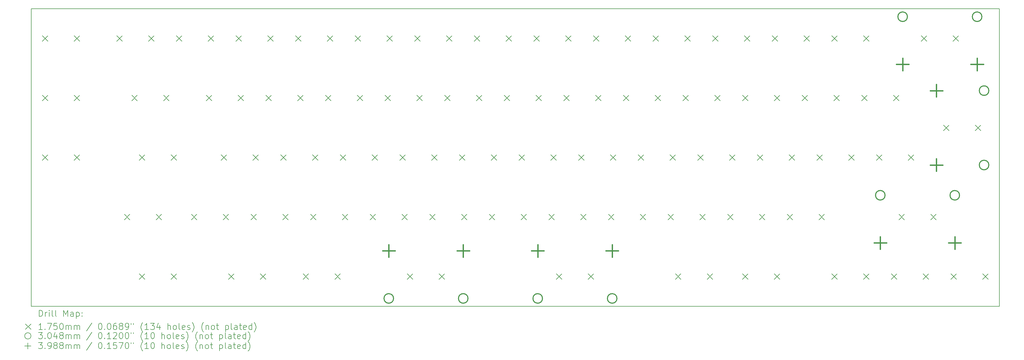
<source format=gbr>
%TF.GenerationSoftware,KiCad,Pcbnew,7.0.7*%
%TF.CreationDate,2023-11-08T12:28:28+01:00*%
%TF.ProjectId,macrolev,6d616372-6f6c-4657-962e-6b696361645f,1.0*%
%TF.SameCoordinates,Original*%
%TF.FileFunction,Drillmap*%
%TF.FilePolarity,Positive*%
%FSLAX45Y45*%
G04 Gerber Fmt 4.5, Leading zero omitted, Abs format (unit mm)*
G04 Created by KiCad (PCBNEW 7.0.7) date 2023-11-08 12:28:28*
%MOMM*%
%LPD*%
G01*
G04 APERTURE LIST*
%ADD10C,0.200000*%
%ADD11C,0.175000*%
%ADD12C,0.304800*%
%ADD13C,0.398780*%
G04 APERTURE END LIST*
D10*
X3047500Y-3047500D02*
X34003750Y-3047500D01*
X34003750Y-12572500D01*
X3047500Y-12572500D01*
X3047500Y-3047500D01*
D11*
X3404500Y-3912500D02*
X3579500Y-4087500D01*
X3579500Y-3912500D02*
X3404500Y-4087500D01*
X3404500Y-5817500D02*
X3579500Y-5992500D01*
X3579500Y-5817500D02*
X3404500Y-5992500D01*
X3404500Y-7722500D02*
X3579500Y-7897500D01*
X3579500Y-7722500D02*
X3404500Y-7897500D01*
X4420500Y-3912500D02*
X4595500Y-4087500D01*
X4595500Y-3912500D02*
X4420500Y-4087500D01*
X4420500Y-5817500D02*
X4595500Y-5992500D01*
X4595500Y-5817500D02*
X4420500Y-5992500D01*
X4420500Y-7722500D02*
X4595500Y-7897500D01*
X4595500Y-7722500D02*
X4420500Y-7897500D01*
X5785750Y-3912500D02*
X5960750Y-4087500D01*
X5960750Y-3912500D02*
X5785750Y-4087500D01*
X6023875Y-9627500D02*
X6198875Y-9802500D01*
X6198875Y-9627500D02*
X6023875Y-9802500D01*
X6262000Y-5817500D02*
X6437000Y-5992500D01*
X6437000Y-5817500D02*
X6262000Y-5992500D01*
X6500125Y-7722500D02*
X6675125Y-7897500D01*
X6675125Y-7722500D02*
X6500125Y-7897500D01*
X6500125Y-11532500D02*
X6675125Y-11707500D01*
X6675125Y-11532500D02*
X6500125Y-11707500D01*
X6801750Y-3912500D02*
X6976750Y-4087500D01*
X6976750Y-3912500D02*
X6801750Y-4087500D01*
X7039875Y-9627500D02*
X7214875Y-9802500D01*
X7214875Y-9627500D02*
X7039875Y-9802500D01*
X7278000Y-5817500D02*
X7453000Y-5992500D01*
X7453000Y-5817500D02*
X7278000Y-5992500D01*
X7516125Y-7722500D02*
X7691125Y-7897500D01*
X7691125Y-7722500D02*
X7516125Y-7897500D01*
X7516125Y-11532500D02*
X7691125Y-11707500D01*
X7691125Y-11532500D02*
X7516125Y-11707500D01*
X7690750Y-3912500D02*
X7865750Y-4087500D01*
X7865750Y-3912500D02*
X7690750Y-4087500D01*
X8167000Y-9627500D02*
X8342000Y-9802500D01*
X8342000Y-9627500D02*
X8167000Y-9802500D01*
X8643250Y-5817500D02*
X8818250Y-5992500D01*
X8818250Y-5817500D02*
X8643250Y-5992500D01*
X8706750Y-3912500D02*
X8881750Y-4087500D01*
X8881750Y-3912500D02*
X8706750Y-4087500D01*
X9119500Y-7722500D02*
X9294500Y-7897500D01*
X9294500Y-7722500D02*
X9119500Y-7897500D01*
X9183000Y-9627500D02*
X9358000Y-9802500D01*
X9358000Y-9627500D02*
X9183000Y-9802500D01*
X9357625Y-11532500D02*
X9532625Y-11707500D01*
X9532625Y-11532500D02*
X9357625Y-11707500D01*
X9595750Y-3912500D02*
X9770750Y-4087500D01*
X9770750Y-3912500D02*
X9595750Y-4087500D01*
X9659250Y-5817500D02*
X9834250Y-5992500D01*
X9834250Y-5817500D02*
X9659250Y-5992500D01*
X10072000Y-9627500D02*
X10247000Y-9802500D01*
X10247000Y-9627500D02*
X10072000Y-9802500D01*
X10135500Y-7722500D02*
X10310500Y-7897500D01*
X10310500Y-7722500D02*
X10135500Y-7897500D01*
X10373625Y-11532500D02*
X10548625Y-11707500D01*
X10548625Y-11532500D02*
X10373625Y-11707500D01*
X10548250Y-5817500D02*
X10723250Y-5992500D01*
X10723250Y-5817500D02*
X10548250Y-5992500D01*
X10611750Y-3912500D02*
X10786750Y-4087500D01*
X10786750Y-3912500D02*
X10611750Y-4087500D01*
X11024500Y-7722500D02*
X11199500Y-7897500D01*
X11199500Y-7722500D02*
X11024500Y-7897500D01*
X11088000Y-9627500D02*
X11263000Y-9802500D01*
X11263000Y-9627500D02*
X11088000Y-9802500D01*
X11500750Y-3912500D02*
X11675750Y-4087500D01*
X11675750Y-3912500D02*
X11500750Y-4087500D01*
X11564250Y-5817500D02*
X11739250Y-5992500D01*
X11739250Y-5817500D02*
X11564250Y-5992500D01*
X11738875Y-11532500D02*
X11913875Y-11707500D01*
X11913875Y-11532500D02*
X11738875Y-11707500D01*
X11977000Y-9627500D02*
X12152000Y-9802500D01*
X12152000Y-9627500D02*
X11977000Y-9802500D01*
X12040500Y-7722500D02*
X12215500Y-7897500D01*
X12215500Y-7722500D02*
X12040500Y-7897500D01*
X12453250Y-5817500D02*
X12628250Y-5992500D01*
X12628250Y-5817500D02*
X12453250Y-5992500D01*
X12516750Y-3912500D02*
X12691750Y-4087500D01*
X12691750Y-3912500D02*
X12516750Y-4087500D01*
X12754875Y-11532500D02*
X12929875Y-11707500D01*
X12929875Y-11532500D02*
X12754875Y-11707500D01*
X12929500Y-7722500D02*
X13104500Y-7897500D01*
X13104500Y-7722500D02*
X12929500Y-7897500D01*
X12993000Y-9627500D02*
X13168000Y-9802500D01*
X13168000Y-9627500D02*
X12993000Y-9802500D01*
X13405750Y-3912500D02*
X13580750Y-4087500D01*
X13580750Y-3912500D02*
X13405750Y-4087500D01*
X13469250Y-5817500D02*
X13644250Y-5992500D01*
X13644250Y-5817500D02*
X13469250Y-5992500D01*
X13882000Y-9627500D02*
X14057000Y-9802500D01*
X14057000Y-9627500D02*
X13882000Y-9802500D01*
X13945500Y-7722500D02*
X14120500Y-7897500D01*
X14120500Y-7722500D02*
X13945500Y-7897500D01*
X14358250Y-5817500D02*
X14533250Y-5992500D01*
X14533250Y-5817500D02*
X14358250Y-5992500D01*
X14421750Y-3912500D02*
X14596750Y-4087500D01*
X14596750Y-3912500D02*
X14421750Y-4087500D01*
X14834500Y-7722500D02*
X15009500Y-7897500D01*
X15009500Y-7722500D02*
X14834500Y-7897500D01*
X14898000Y-9627500D02*
X15073000Y-9802500D01*
X15073000Y-9627500D02*
X14898000Y-9802500D01*
X15072625Y-11532500D02*
X15247625Y-11707500D01*
X15247625Y-11532500D02*
X15072625Y-11707500D01*
X15310750Y-3912500D02*
X15485750Y-4087500D01*
X15485750Y-3912500D02*
X15310750Y-4087500D01*
X15374250Y-5817500D02*
X15549250Y-5992500D01*
X15549250Y-5817500D02*
X15374250Y-5992500D01*
X15787000Y-9627500D02*
X15962000Y-9802500D01*
X15962000Y-9627500D02*
X15787000Y-9802500D01*
X15850500Y-7722500D02*
X16025500Y-7897500D01*
X16025500Y-7722500D02*
X15850500Y-7897500D01*
X16088625Y-11532500D02*
X16263625Y-11707500D01*
X16263625Y-11532500D02*
X16088625Y-11707500D01*
X16263250Y-5817500D02*
X16438250Y-5992500D01*
X16438250Y-5817500D02*
X16263250Y-5992500D01*
X16326750Y-3912500D02*
X16501750Y-4087500D01*
X16501750Y-3912500D02*
X16326750Y-4087500D01*
X16739500Y-7722500D02*
X16914500Y-7897500D01*
X16914500Y-7722500D02*
X16739500Y-7897500D01*
X16803000Y-9627500D02*
X16978000Y-9802500D01*
X16978000Y-9627500D02*
X16803000Y-9802500D01*
X17215750Y-3912500D02*
X17390750Y-4087500D01*
X17390750Y-3912500D02*
X17215750Y-4087500D01*
X17279250Y-5817500D02*
X17454250Y-5992500D01*
X17454250Y-5817500D02*
X17279250Y-5992500D01*
X17692000Y-9627500D02*
X17867000Y-9802500D01*
X17867000Y-9627500D02*
X17692000Y-9802500D01*
X17755500Y-7722500D02*
X17930500Y-7897500D01*
X17930500Y-7722500D02*
X17755500Y-7897500D01*
X18168250Y-5817500D02*
X18343250Y-5992500D01*
X18343250Y-5817500D02*
X18168250Y-5992500D01*
X18231750Y-3912500D02*
X18406750Y-4087500D01*
X18406750Y-3912500D02*
X18231750Y-4087500D01*
X18644500Y-7722500D02*
X18819500Y-7897500D01*
X18819500Y-7722500D02*
X18644500Y-7897500D01*
X18708000Y-9627500D02*
X18883000Y-9802500D01*
X18883000Y-9627500D02*
X18708000Y-9802500D01*
X19120750Y-3912500D02*
X19295750Y-4087500D01*
X19295750Y-3912500D02*
X19120750Y-4087500D01*
X19184250Y-5817500D02*
X19359250Y-5992500D01*
X19359250Y-5817500D02*
X19184250Y-5992500D01*
X19597000Y-9627500D02*
X19772000Y-9802500D01*
X19772000Y-9627500D02*
X19597000Y-9802500D01*
X19660500Y-7722500D02*
X19835500Y-7897500D01*
X19835500Y-7722500D02*
X19660500Y-7897500D01*
X19835125Y-11532500D02*
X20010125Y-11707500D01*
X20010125Y-11532500D02*
X19835125Y-11707500D01*
X20073250Y-5817500D02*
X20248250Y-5992500D01*
X20248250Y-5817500D02*
X20073250Y-5992500D01*
X20136750Y-3912500D02*
X20311750Y-4087500D01*
X20311750Y-3912500D02*
X20136750Y-4087500D01*
X20549500Y-7722500D02*
X20724500Y-7897500D01*
X20724500Y-7722500D02*
X20549500Y-7897500D01*
X20613000Y-9627500D02*
X20788000Y-9802500D01*
X20788000Y-9627500D02*
X20613000Y-9802500D01*
X20851125Y-11532500D02*
X21026125Y-11707500D01*
X21026125Y-11532500D02*
X20851125Y-11707500D01*
X21025750Y-3912500D02*
X21200750Y-4087500D01*
X21200750Y-3912500D02*
X21025750Y-4087500D01*
X21089250Y-5817500D02*
X21264250Y-5992500D01*
X21264250Y-5817500D02*
X21089250Y-5992500D01*
X21502000Y-9627500D02*
X21677000Y-9802500D01*
X21677000Y-9627500D02*
X21502000Y-9802500D01*
X21565500Y-7722500D02*
X21740500Y-7897500D01*
X21740500Y-7722500D02*
X21565500Y-7897500D01*
X21978250Y-5817500D02*
X22153250Y-5992500D01*
X22153250Y-5817500D02*
X21978250Y-5992500D01*
X22041750Y-3912500D02*
X22216750Y-4087500D01*
X22216750Y-3912500D02*
X22041750Y-4087500D01*
X22454500Y-7722500D02*
X22629500Y-7897500D01*
X22629500Y-7722500D02*
X22454500Y-7897500D01*
X22518000Y-9627500D02*
X22693000Y-9802500D01*
X22693000Y-9627500D02*
X22518000Y-9802500D01*
X22930750Y-3912500D02*
X23105750Y-4087500D01*
X23105750Y-3912500D02*
X22930750Y-4087500D01*
X22994250Y-5817500D02*
X23169250Y-5992500D01*
X23169250Y-5817500D02*
X22994250Y-5992500D01*
X23407000Y-9627500D02*
X23582000Y-9802500D01*
X23582000Y-9627500D02*
X23407000Y-9802500D01*
X23470500Y-7722500D02*
X23645500Y-7897500D01*
X23645500Y-7722500D02*
X23470500Y-7897500D01*
X23644500Y-11532500D02*
X23819500Y-11707500D01*
X23819500Y-11532500D02*
X23644500Y-11707500D01*
X23883250Y-5817500D02*
X24058250Y-5992500D01*
X24058250Y-5817500D02*
X23883250Y-5992500D01*
X23946750Y-3912500D02*
X24121750Y-4087500D01*
X24121750Y-3912500D02*
X23946750Y-4087500D01*
X24359500Y-7722500D02*
X24534500Y-7897500D01*
X24534500Y-7722500D02*
X24359500Y-7897500D01*
X24423000Y-9627500D02*
X24598000Y-9802500D01*
X24598000Y-9627500D02*
X24423000Y-9802500D01*
X24660500Y-11532500D02*
X24835500Y-11707500D01*
X24835500Y-11532500D02*
X24660500Y-11707500D01*
X24835750Y-3912500D02*
X25010750Y-4087500D01*
X25010750Y-3912500D02*
X24835750Y-4087500D01*
X24899250Y-5817500D02*
X25074250Y-5992500D01*
X25074250Y-5817500D02*
X24899250Y-5992500D01*
X25312000Y-9627500D02*
X25487000Y-9802500D01*
X25487000Y-9627500D02*
X25312000Y-9802500D01*
X25375500Y-7722500D02*
X25550500Y-7897500D01*
X25550500Y-7722500D02*
X25375500Y-7897500D01*
X25788250Y-5817500D02*
X25963250Y-5992500D01*
X25963250Y-5817500D02*
X25788250Y-5992500D01*
X25788250Y-11532500D02*
X25963250Y-11707500D01*
X25963250Y-11532500D02*
X25788250Y-11707500D01*
X25851750Y-3912500D02*
X26026750Y-4087500D01*
X26026750Y-3912500D02*
X25851750Y-4087500D01*
X26264500Y-7722500D02*
X26439500Y-7897500D01*
X26439500Y-7722500D02*
X26264500Y-7897500D01*
X26328000Y-9627500D02*
X26503000Y-9802500D01*
X26503000Y-9627500D02*
X26328000Y-9802500D01*
X26740750Y-3912500D02*
X26915750Y-4087500D01*
X26915750Y-3912500D02*
X26740750Y-4087500D01*
X26804250Y-5817500D02*
X26979250Y-5992500D01*
X26979250Y-5817500D02*
X26804250Y-5992500D01*
X26804250Y-11532500D02*
X26979250Y-11707500D01*
X26979250Y-11532500D02*
X26804250Y-11707500D01*
X27217000Y-9627500D02*
X27392000Y-9802500D01*
X27392000Y-9627500D02*
X27217000Y-9802500D01*
X27280500Y-7722500D02*
X27455500Y-7897500D01*
X27455500Y-7722500D02*
X27280500Y-7897500D01*
X27693250Y-5817500D02*
X27868250Y-5992500D01*
X27868250Y-5817500D02*
X27693250Y-5992500D01*
X27756750Y-3912500D02*
X27931750Y-4087500D01*
X27931750Y-3912500D02*
X27756750Y-4087500D01*
X28169500Y-7722500D02*
X28344500Y-7897500D01*
X28344500Y-7722500D02*
X28169500Y-7897500D01*
X28233000Y-9627500D02*
X28408000Y-9802500D01*
X28408000Y-9627500D02*
X28233000Y-9802500D01*
X28645750Y-3912500D02*
X28820750Y-4087500D01*
X28820750Y-3912500D02*
X28645750Y-4087500D01*
X28645750Y-11532500D02*
X28820750Y-11707500D01*
X28820750Y-11532500D02*
X28645750Y-11707500D01*
X28709250Y-5817500D02*
X28884250Y-5992500D01*
X28884250Y-5817500D02*
X28709250Y-5992500D01*
X29185500Y-7722500D02*
X29360500Y-7897500D01*
X29360500Y-7722500D02*
X29185500Y-7897500D01*
X29598250Y-5817500D02*
X29773250Y-5992500D01*
X29773250Y-5817500D02*
X29598250Y-5992500D01*
X29661750Y-3912500D02*
X29836750Y-4087500D01*
X29836750Y-3912500D02*
X29661750Y-4087500D01*
X29661750Y-11532500D02*
X29836750Y-11707500D01*
X29836750Y-11532500D02*
X29661750Y-11707500D01*
X30074500Y-7722500D02*
X30249500Y-7897500D01*
X30249500Y-7722500D02*
X30074500Y-7897500D01*
X30550750Y-11532500D02*
X30725750Y-11707500D01*
X30725750Y-11532500D02*
X30550750Y-11707500D01*
X30614250Y-5817500D02*
X30789250Y-5992500D01*
X30789250Y-5817500D02*
X30614250Y-5992500D01*
X30788875Y-9627500D02*
X30963875Y-9802500D01*
X30963875Y-9627500D02*
X30788875Y-9802500D01*
X31090500Y-7722500D02*
X31265500Y-7897500D01*
X31265500Y-7722500D02*
X31090500Y-7897500D01*
X31504500Y-3912500D02*
X31679500Y-4087500D01*
X31679500Y-3912500D02*
X31504500Y-4087500D01*
X31566750Y-11532500D02*
X31741750Y-11707500D01*
X31741750Y-11532500D02*
X31566750Y-11707500D01*
X31804875Y-9627500D02*
X31979875Y-9802500D01*
X31979875Y-9627500D02*
X31804875Y-9802500D01*
X32217625Y-6770000D02*
X32392625Y-6945000D01*
X32392625Y-6770000D02*
X32217625Y-6945000D01*
X32455750Y-11532500D02*
X32630750Y-11707500D01*
X32630750Y-11532500D02*
X32455750Y-11707500D01*
X32520500Y-3912500D02*
X32695500Y-4087500D01*
X32695500Y-3912500D02*
X32520500Y-4087500D01*
X33233625Y-6770000D02*
X33408625Y-6945000D01*
X33408625Y-6770000D02*
X33233625Y-6945000D01*
X33471750Y-11532500D02*
X33646750Y-11707500D01*
X33646750Y-11532500D02*
X33471750Y-11707500D01*
D12*
X14629900Y-12318500D02*
G75*
G03*
X14629900Y-12318500I-152400J0D01*
G01*
X17011150Y-12318500D02*
G75*
G03*
X17011150Y-12318500I-152400J0D01*
G01*
X19392400Y-12318500D02*
G75*
G03*
X19392400Y-12318500I-152400J0D01*
G01*
X21773650Y-12318500D02*
G75*
G03*
X21773650Y-12318500I-152400J0D01*
G01*
X30346150Y-9016500D02*
G75*
G03*
X30346150Y-9016500I-152400J0D01*
G01*
X31060525Y-3301500D02*
G75*
G03*
X31060525Y-3301500I-152400J0D01*
G01*
X32727400Y-9016500D02*
G75*
G03*
X32727400Y-9016500I-152400J0D01*
G01*
X33441775Y-3301500D02*
G75*
G03*
X33441775Y-3301500I-152400J0D01*
G01*
X33664025Y-5666875D02*
G75*
G03*
X33664025Y-5666875I-152400J0D01*
G01*
X33664025Y-8048125D02*
G75*
G03*
X33664025Y-8048125I-152400J0D01*
G01*
D13*
X14477500Y-10595110D02*
X14477500Y-10993890D01*
X14278110Y-10794500D02*
X14676890Y-10794500D01*
X16858750Y-10595110D02*
X16858750Y-10993890D01*
X16659360Y-10794500D02*
X17058140Y-10794500D01*
X19240000Y-10595110D02*
X19240000Y-10993890D01*
X19040610Y-10794500D02*
X19439390Y-10794500D01*
X21621250Y-10595110D02*
X21621250Y-10993890D01*
X21421860Y-10794500D02*
X21820640Y-10794500D01*
X30193750Y-10341110D02*
X30193750Y-10739890D01*
X29994360Y-10540500D02*
X30393140Y-10540500D01*
X30908125Y-4626110D02*
X30908125Y-5024890D01*
X30708735Y-4825500D02*
X31107515Y-4825500D01*
X31987625Y-5467485D02*
X31987625Y-5866265D01*
X31788235Y-5666875D02*
X32187015Y-5666875D01*
X31987625Y-7848735D02*
X31987625Y-8247515D01*
X31788235Y-8048125D02*
X32187015Y-8048125D01*
X32575000Y-10341110D02*
X32575000Y-10739890D01*
X32375610Y-10540500D02*
X32774390Y-10540500D01*
X33289375Y-4626110D02*
X33289375Y-5024890D01*
X33089985Y-4825500D02*
X33488765Y-4825500D01*
D10*
X3298277Y-12893984D02*
X3298277Y-12693984D01*
X3298277Y-12693984D02*
X3345896Y-12693984D01*
X3345896Y-12693984D02*
X3374467Y-12703508D01*
X3374467Y-12703508D02*
X3393515Y-12722555D01*
X3393515Y-12722555D02*
X3403039Y-12741603D01*
X3403039Y-12741603D02*
X3412562Y-12779698D01*
X3412562Y-12779698D02*
X3412562Y-12808269D01*
X3412562Y-12808269D02*
X3403039Y-12846365D01*
X3403039Y-12846365D02*
X3393515Y-12865412D01*
X3393515Y-12865412D02*
X3374467Y-12884460D01*
X3374467Y-12884460D02*
X3345896Y-12893984D01*
X3345896Y-12893984D02*
X3298277Y-12893984D01*
X3498277Y-12893984D02*
X3498277Y-12760650D01*
X3498277Y-12798746D02*
X3507801Y-12779698D01*
X3507801Y-12779698D02*
X3517324Y-12770174D01*
X3517324Y-12770174D02*
X3536372Y-12760650D01*
X3536372Y-12760650D02*
X3555420Y-12760650D01*
X3622086Y-12893984D02*
X3622086Y-12760650D01*
X3622086Y-12693984D02*
X3612562Y-12703508D01*
X3612562Y-12703508D02*
X3622086Y-12713031D01*
X3622086Y-12713031D02*
X3631610Y-12703508D01*
X3631610Y-12703508D02*
X3622086Y-12693984D01*
X3622086Y-12693984D02*
X3622086Y-12713031D01*
X3745896Y-12893984D02*
X3726848Y-12884460D01*
X3726848Y-12884460D02*
X3717324Y-12865412D01*
X3717324Y-12865412D02*
X3717324Y-12693984D01*
X3850658Y-12893984D02*
X3831610Y-12884460D01*
X3831610Y-12884460D02*
X3822086Y-12865412D01*
X3822086Y-12865412D02*
X3822086Y-12693984D01*
X4079229Y-12893984D02*
X4079229Y-12693984D01*
X4079229Y-12693984D02*
X4145896Y-12836841D01*
X4145896Y-12836841D02*
X4212563Y-12693984D01*
X4212563Y-12693984D02*
X4212563Y-12893984D01*
X4393515Y-12893984D02*
X4393515Y-12789222D01*
X4393515Y-12789222D02*
X4383991Y-12770174D01*
X4383991Y-12770174D02*
X4364944Y-12760650D01*
X4364944Y-12760650D02*
X4326848Y-12760650D01*
X4326848Y-12760650D02*
X4307801Y-12770174D01*
X4393515Y-12884460D02*
X4374467Y-12893984D01*
X4374467Y-12893984D02*
X4326848Y-12893984D01*
X4326848Y-12893984D02*
X4307801Y-12884460D01*
X4307801Y-12884460D02*
X4298277Y-12865412D01*
X4298277Y-12865412D02*
X4298277Y-12846365D01*
X4298277Y-12846365D02*
X4307801Y-12827317D01*
X4307801Y-12827317D02*
X4326848Y-12817793D01*
X4326848Y-12817793D02*
X4374467Y-12817793D01*
X4374467Y-12817793D02*
X4393515Y-12808269D01*
X4488753Y-12760650D02*
X4488753Y-12960650D01*
X4488753Y-12770174D02*
X4507801Y-12760650D01*
X4507801Y-12760650D02*
X4545896Y-12760650D01*
X4545896Y-12760650D02*
X4564944Y-12770174D01*
X4564944Y-12770174D02*
X4574467Y-12779698D01*
X4574467Y-12779698D02*
X4583991Y-12798746D01*
X4583991Y-12798746D02*
X4583991Y-12855888D01*
X4583991Y-12855888D02*
X4574467Y-12874936D01*
X4574467Y-12874936D02*
X4564944Y-12884460D01*
X4564944Y-12884460D02*
X4545896Y-12893984D01*
X4545896Y-12893984D02*
X4507801Y-12893984D01*
X4507801Y-12893984D02*
X4488753Y-12884460D01*
X4669705Y-12874936D02*
X4679229Y-12884460D01*
X4679229Y-12884460D02*
X4669705Y-12893984D01*
X4669705Y-12893984D02*
X4660182Y-12884460D01*
X4660182Y-12884460D02*
X4669705Y-12874936D01*
X4669705Y-12874936D02*
X4669705Y-12893984D01*
X4669705Y-12770174D02*
X4679229Y-12779698D01*
X4679229Y-12779698D02*
X4669705Y-12789222D01*
X4669705Y-12789222D02*
X4660182Y-12779698D01*
X4660182Y-12779698D02*
X4669705Y-12770174D01*
X4669705Y-12770174D02*
X4669705Y-12789222D01*
D11*
X2862500Y-13135000D02*
X3037500Y-13310000D01*
X3037500Y-13135000D02*
X2862500Y-13310000D01*
D10*
X3403039Y-13313984D02*
X3288753Y-13313984D01*
X3345896Y-13313984D02*
X3345896Y-13113984D01*
X3345896Y-13113984D02*
X3326848Y-13142555D01*
X3326848Y-13142555D02*
X3307801Y-13161603D01*
X3307801Y-13161603D02*
X3288753Y-13171127D01*
X3488753Y-13294936D02*
X3498277Y-13304460D01*
X3498277Y-13304460D02*
X3488753Y-13313984D01*
X3488753Y-13313984D02*
X3479229Y-13304460D01*
X3479229Y-13304460D02*
X3488753Y-13294936D01*
X3488753Y-13294936D02*
X3488753Y-13313984D01*
X3564943Y-13113984D02*
X3698277Y-13113984D01*
X3698277Y-13113984D02*
X3612562Y-13313984D01*
X3869705Y-13113984D02*
X3774467Y-13113984D01*
X3774467Y-13113984D02*
X3764943Y-13209222D01*
X3764943Y-13209222D02*
X3774467Y-13199698D01*
X3774467Y-13199698D02*
X3793515Y-13190174D01*
X3793515Y-13190174D02*
X3841134Y-13190174D01*
X3841134Y-13190174D02*
X3860182Y-13199698D01*
X3860182Y-13199698D02*
X3869705Y-13209222D01*
X3869705Y-13209222D02*
X3879229Y-13228269D01*
X3879229Y-13228269D02*
X3879229Y-13275888D01*
X3879229Y-13275888D02*
X3869705Y-13294936D01*
X3869705Y-13294936D02*
X3860182Y-13304460D01*
X3860182Y-13304460D02*
X3841134Y-13313984D01*
X3841134Y-13313984D02*
X3793515Y-13313984D01*
X3793515Y-13313984D02*
X3774467Y-13304460D01*
X3774467Y-13304460D02*
X3764943Y-13294936D01*
X4003039Y-13113984D02*
X4022086Y-13113984D01*
X4022086Y-13113984D02*
X4041134Y-13123508D01*
X4041134Y-13123508D02*
X4050658Y-13133031D01*
X4050658Y-13133031D02*
X4060182Y-13152079D01*
X4060182Y-13152079D02*
X4069705Y-13190174D01*
X4069705Y-13190174D02*
X4069705Y-13237793D01*
X4069705Y-13237793D02*
X4060182Y-13275888D01*
X4060182Y-13275888D02*
X4050658Y-13294936D01*
X4050658Y-13294936D02*
X4041134Y-13304460D01*
X4041134Y-13304460D02*
X4022086Y-13313984D01*
X4022086Y-13313984D02*
X4003039Y-13313984D01*
X4003039Y-13313984D02*
X3983991Y-13304460D01*
X3983991Y-13304460D02*
X3974467Y-13294936D01*
X3974467Y-13294936D02*
X3964943Y-13275888D01*
X3964943Y-13275888D02*
X3955420Y-13237793D01*
X3955420Y-13237793D02*
X3955420Y-13190174D01*
X3955420Y-13190174D02*
X3964943Y-13152079D01*
X3964943Y-13152079D02*
X3974467Y-13133031D01*
X3974467Y-13133031D02*
X3983991Y-13123508D01*
X3983991Y-13123508D02*
X4003039Y-13113984D01*
X4155420Y-13313984D02*
X4155420Y-13180650D01*
X4155420Y-13199698D02*
X4164943Y-13190174D01*
X4164943Y-13190174D02*
X4183991Y-13180650D01*
X4183991Y-13180650D02*
X4212563Y-13180650D01*
X4212563Y-13180650D02*
X4231610Y-13190174D01*
X4231610Y-13190174D02*
X4241134Y-13209222D01*
X4241134Y-13209222D02*
X4241134Y-13313984D01*
X4241134Y-13209222D02*
X4250658Y-13190174D01*
X4250658Y-13190174D02*
X4269705Y-13180650D01*
X4269705Y-13180650D02*
X4298277Y-13180650D01*
X4298277Y-13180650D02*
X4317325Y-13190174D01*
X4317325Y-13190174D02*
X4326848Y-13209222D01*
X4326848Y-13209222D02*
X4326848Y-13313984D01*
X4422086Y-13313984D02*
X4422086Y-13180650D01*
X4422086Y-13199698D02*
X4431610Y-13190174D01*
X4431610Y-13190174D02*
X4450658Y-13180650D01*
X4450658Y-13180650D02*
X4479229Y-13180650D01*
X4479229Y-13180650D02*
X4498277Y-13190174D01*
X4498277Y-13190174D02*
X4507801Y-13209222D01*
X4507801Y-13209222D02*
X4507801Y-13313984D01*
X4507801Y-13209222D02*
X4517325Y-13190174D01*
X4517325Y-13190174D02*
X4536372Y-13180650D01*
X4536372Y-13180650D02*
X4564944Y-13180650D01*
X4564944Y-13180650D02*
X4583991Y-13190174D01*
X4583991Y-13190174D02*
X4593515Y-13209222D01*
X4593515Y-13209222D02*
X4593515Y-13313984D01*
X4983991Y-13104460D02*
X4812563Y-13361603D01*
X5241134Y-13113984D02*
X5260182Y-13113984D01*
X5260182Y-13113984D02*
X5279229Y-13123508D01*
X5279229Y-13123508D02*
X5288753Y-13133031D01*
X5288753Y-13133031D02*
X5298277Y-13152079D01*
X5298277Y-13152079D02*
X5307801Y-13190174D01*
X5307801Y-13190174D02*
X5307801Y-13237793D01*
X5307801Y-13237793D02*
X5298277Y-13275888D01*
X5298277Y-13275888D02*
X5288753Y-13294936D01*
X5288753Y-13294936D02*
X5279229Y-13304460D01*
X5279229Y-13304460D02*
X5260182Y-13313984D01*
X5260182Y-13313984D02*
X5241134Y-13313984D01*
X5241134Y-13313984D02*
X5222087Y-13304460D01*
X5222087Y-13304460D02*
X5212563Y-13294936D01*
X5212563Y-13294936D02*
X5203039Y-13275888D01*
X5203039Y-13275888D02*
X5193515Y-13237793D01*
X5193515Y-13237793D02*
X5193515Y-13190174D01*
X5193515Y-13190174D02*
X5203039Y-13152079D01*
X5203039Y-13152079D02*
X5212563Y-13133031D01*
X5212563Y-13133031D02*
X5222087Y-13123508D01*
X5222087Y-13123508D02*
X5241134Y-13113984D01*
X5393515Y-13294936D02*
X5403039Y-13304460D01*
X5403039Y-13304460D02*
X5393515Y-13313984D01*
X5393515Y-13313984D02*
X5383991Y-13304460D01*
X5383991Y-13304460D02*
X5393515Y-13294936D01*
X5393515Y-13294936D02*
X5393515Y-13313984D01*
X5526848Y-13113984D02*
X5545896Y-13113984D01*
X5545896Y-13113984D02*
X5564944Y-13123508D01*
X5564944Y-13123508D02*
X5574468Y-13133031D01*
X5574468Y-13133031D02*
X5583991Y-13152079D01*
X5583991Y-13152079D02*
X5593515Y-13190174D01*
X5593515Y-13190174D02*
X5593515Y-13237793D01*
X5593515Y-13237793D02*
X5583991Y-13275888D01*
X5583991Y-13275888D02*
X5574468Y-13294936D01*
X5574468Y-13294936D02*
X5564944Y-13304460D01*
X5564944Y-13304460D02*
X5545896Y-13313984D01*
X5545896Y-13313984D02*
X5526848Y-13313984D01*
X5526848Y-13313984D02*
X5507801Y-13304460D01*
X5507801Y-13304460D02*
X5498277Y-13294936D01*
X5498277Y-13294936D02*
X5488753Y-13275888D01*
X5488753Y-13275888D02*
X5479229Y-13237793D01*
X5479229Y-13237793D02*
X5479229Y-13190174D01*
X5479229Y-13190174D02*
X5488753Y-13152079D01*
X5488753Y-13152079D02*
X5498277Y-13133031D01*
X5498277Y-13133031D02*
X5507801Y-13123508D01*
X5507801Y-13123508D02*
X5526848Y-13113984D01*
X5764944Y-13113984D02*
X5726848Y-13113984D01*
X5726848Y-13113984D02*
X5707801Y-13123508D01*
X5707801Y-13123508D02*
X5698277Y-13133031D01*
X5698277Y-13133031D02*
X5679229Y-13161603D01*
X5679229Y-13161603D02*
X5669706Y-13199698D01*
X5669706Y-13199698D02*
X5669706Y-13275888D01*
X5669706Y-13275888D02*
X5679229Y-13294936D01*
X5679229Y-13294936D02*
X5688753Y-13304460D01*
X5688753Y-13304460D02*
X5707801Y-13313984D01*
X5707801Y-13313984D02*
X5745896Y-13313984D01*
X5745896Y-13313984D02*
X5764944Y-13304460D01*
X5764944Y-13304460D02*
X5774467Y-13294936D01*
X5774467Y-13294936D02*
X5783991Y-13275888D01*
X5783991Y-13275888D02*
X5783991Y-13228269D01*
X5783991Y-13228269D02*
X5774467Y-13209222D01*
X5774467Y-13209222D02*
X5764944Y-13199698D01*
X5764944Y-13199698D02*
X5745896Y-13190174D01*
X5745896Y-13190174D02*
X5707801Y-13190174D01*
X5707801Y-13190174D02*
X5688753Y-13199698D01*
X5688753Y-13199698D02*
X5679229Y-13209222D01*
X5679229Y-13209222D02*
X5669706Y-13228269D01*
X5898277Y-13199698D02*
X5879229Y-13190174D01*
X5879229Y-13190174D02*
X5869706Y-13180650D01*
X5869706Y-13180650D02*
X5860182Y-13161603D01*
X5860182Y-13161603D02*
X5860182Y-13152079D01*
X5860182Y-13152079D02*
X5869706Y-13133031D01*
X5869706Y-13133031D02*
X5879229Y-13123508D01*
X5879229Y-13123508D02*
X5898277Y-13113984D01*
X5898277Y-13113984D02*
X5936372Y-13113984D01*
X5936372Y-13113984D02*
X5955420Y-13123508D01*
X5955420Y-13123508D02*
X5964944Y-13133031D01*
X5964944Y-13133031D02*
X5974467Y-13152079D01*
X5974467Y-13152079D02*
X5974467Y-13161603D01*
X5974467Y-13161603D02*
X5964944Y-13180650D01*
X5964944Y-13180650D02*
X5955420Y-13190174D01*
X5955420Y-13190174D02*
X5936372Y-13199698D01*
X5936372Y-13199698D02*
X5898277Y-13199698D01*
X5898277Y-13199698D02*
X5879229Y-13209222D01*
X5879229Y-13209222D02*
X5869706Y-13218746D01*
X5869706Y-13218746D02*
X5860182Y-13237793D01*
X5860182Y-13237793D02*
X5860182Y-13275888D01*
X5860182Y-13275888D02*
X5869706Y-13294936D01*
X5869706Y-13294936D02*
X5879229Y-13304460D01*
X5879229Y-13304460D02*
X5898277Y-13313984D01*
X5898277Y-13313984D02*
X5936372Y-13313984D01*
X5936372Y-13313984D02*
X5955420Y-13304460D01*
X5955420Y-13304460D02*
X5964944Y-13294936D01*
X5964944Y-13294936D02*
X5974467Y-13275888D01*
X5974467Y-13275888D02*
X5974467Y-13237793D01*
X5974467Y-13237793D02*
X5964944Y-13218746D01*
X5964944Y-13218746D02*
X5955420Y-13209222D01*
X5955420Y-13209222D02*
X5936372Y-13199698D01*
X6069706Y-13313984D02*
X6107801Y-13313984D01*
X6107801Y-13313984D02*
X6126848Y-13304460D01*
X6126848Y-13304460D02*
X6136372Y-13294936D01*
X6136372Y-13294936D02*
X6155420Y-13266365D01*
X6155420Y-13266365D02*
X6164944Y-13228269D01*
X6164944Y-13228269D02*
X6164944Y-13152079D01*
X6164944Y-13152079D02*
X6155420Y-13133031D01*
X6155420Y-13133031D02*
X6145896Y-13123508D01*
X6145896Y-13123508D02*
X6126848Y-13113984D01*
X6126848Y-13113984D02*
X6088753Y-13113984D01*
X6088753Y-13113984D02*
X6069706Y-13123508D01*
X6069706Y-13123508D02*
X6060182Y-13133031D01*
X6060182Y-13133031D02*
X6050658Y-13152079D01*
X6050658Y-13152079D02*
X6050658Y-13199698D01*
X6050658Y-13199698D02*
X6060182Y-13218746D01*
X6060182Y-13218746D02*
X6069706Y-13228269D01*
X6069706Y-13228269D02*
X6088753Y-13237793D01*
X6088753Y-13237793D02*
X6126848Y-13237793D01*
X6126848Y-13237793D02*
X6145896Y-13228269D01*
X6145896Y-13228269D02*
X6155420Y-13218746D01*
X6155420Y-13218746D02*
X6164944Y-13199698D01*
X6241134Y-13113984D02*
X6241134Y-13152079D01*
X6317325Y-13113984D02*
X6317325Y-13152079D01*
X6612563Y-13390174D02*
X6603039Y-13380650D01*
X6603039Y-13380650D02*
X6583991Y-13352079D01*
X6583991Y-13352079D02*
X6574468Y-13333031D01*
X6574468Y-13333031D02*
X6564944Y-13304460D01*
X6564944Y-13304460D02*
X6555420Y-13256841D01*
X6555420Y-13256841D02*
X6555420Y-13218746D01*
X6555420Y-13218746D02*
X6564944Y-13171127D01*
X6564944Y-13171127D02*
X6574468Y-13142555D01*
X6574468Y-13142555D02*
X6583991Y-13123508D01*
X6583991Y-13123508D02*
X6603039Y-13094936D01*
X6603039Y-13094936D02*
X6612563Y-13085412D01*
X6793515Y-13313984D02*
X6679229Y-13313984D01*
X6736372Y-13313984D02*
X6736372Y-13113984D01*
X6736372Y-13113984D02*
X6717325Y-13142555D01*
X6717325Y-13142555D02*
X6698277Y-13161603D01*
X6698277Y-13161603D02*
X6679229Y-13171127D01*
X6860182Y-13113984D02*
X6983991Y-13113984D01*
X6983991Y-13113984D02*
X6917325Y-13190174D01*
X6917325Y-13190174D02*
X6945896Y-13190174D01*
X6945896Y-13190174D02*
X6964944Y-13199698D01*
X6964944Y-13199698D02*
X6974468Y-13209222D01*
X6974468Y-13209222D02*
X6983991Y-13228269D01*
X6983991Y-13228269D02*
X6983991Y-13275888D01*
X6983991Y-13275888D02*
X6974468Y-13294936D01*
X6974468Y-13294936D02*
X6964944Y-13304460D01*
X6964944Y-13304460D02*
X6945896Y-13313984D01*
X6945896Y-13313984D02*
X6888753Y-13313984D01*
X6888753Y-13313984D02*
X6869706Y-13304460D01*
X6869706Y-13304460D02*
X6860182Y-13294936D01*
X7155420Y-13180650D02*
X7155420Y-13313984D01*
X7107801Y-13104460D02*
X7060182Y-13247317D01*
X7060182Y-13247317D02*
X7183991Y-13247317D01*
X7412563Y-13313984D02*
X7412563Y-13113984D01*
X7498277Y-13313984D02*
X7498277Y-13209222D01*
X7498277Y-13209222D02*
X7488753Y-13190174D01*
X7488753Y-13190174D02*
X7469706Y-13180650D01*
X7469706Y-13180650D02*
X7441134Y-13180650D01*
X7441134Y-13180650D02*
X7422087Y-13190174D01*
X7422087Y-13190174D02*
X7412563Y-13199698D01*
X7622087Y-13313984D02*
X7603039Y-13304460D01*
X7603039Y-13304460D02*
X7593515Y-13294936D01*
X7593515Y-13294936D02*
X7583991Y-13275888D01*
X7583991Y-13275888D02*
X7583991Y-13218746D01*
X7583991Y-13218746D02*
X7593515Y-13199698D01*
X7593515Y-13199698D02*
X7603039Y-13190174D01*
X7603039Y-13190174D02*
X7622087Y-13180650D01*
X7622087Y-13180650D02*
X7650658Y-13180650D01*
X7650658Y-13180650D02*
X7669706Y-13190174D01*
X7669706Y-13190174D02*
X7679230Y-13199698D01*
X7679230Y-13199698D02*
X7688753Y-13218746D01*
X7688753Y-13218746D02*
X7688753Y-13275888D01*
X7688753Y-13275888D02*
X7679230Y-13294936D01*
X7679230Y-13294936D02*
X7669706Y-13304460D01*
X7669706Y-13304460D02*
X7650658Y-13313984D01*
X7650658Y-13313984D02*
X7622087Y-13313984D01*
X7803039Y-13313984D02*
X7783991Y-13304460D01*
X7783991Y-13304460D02*
X7774468Y-13285412D01*
X7774468Y-13285412D02*
X7774468Y-13113984D01*
X7955420Y-13304460D02*
X7936372Y-13313984D01*
X7936372Y-13313984D02*
X7898277Y-13313984D01*
X7898277Y-13313984D02*
X7879230Y-13304460D01*
X7879230Y-13304460D02*
X7869706Y-13285412D01*
X7869706Y-13285412D02*
X7869706Y-13209222D01*
X7869706Y-13209222D02*
X7879230Y-13190174D01*
X7879230Y-13190174D02*
X7898277Y-13180650D01*
X7898277Y-13180650D02*
X7936372Y-13180650D01*
X7936372Y-13180650D02*
X7955420Y-13190174D01*
X7955420Y-13190174D02*
X7964944Y-13209222D01*
X7964944Y-13209222D02*
X7964944Y-13228269D01*
X7964944Y-13228269D02*
X7869706Y-13247317D01*
X8041134Y-13304460D02*
X8060182Y-13313984D01*
X8060182Y-13313984D02*
X8098277Y-13313984D01*
X8098277Y-13313984D02*
X8117325Y-13304460D01*
X8117325Y-13304460D02*
X8126849Y-13285412D01*
X8126849Y-13285412D02*
X8126849Y-13275888D01*
X8126849Y-13275888D02*
X8117325Y-13256841D01*
X8117325Y-13256841D02*
X8098277Y-13247317D01*
X8098277Y-13247317D02*
X8069706Y-13247317D01*
X8069706Y-13247317D02*
X8050658Y-13237793D01*
X8050658Y-13237793D02*
X8041134Y-13218746D01*
X8041134Y-13218746D02*
X8041134Y-13209222D01*
X8041134Y-13209222D02*
X8050658Y-13190174D01*
X8050658Y-13190174D02*
X8069706Y-13180650D01*
X8069706Y-13180650D02*
X8098277Y-13180650D01*
X8098277Y-13180650D02*
X8117325Y-13190174D01*
X8193515Y-13390174D02*
X8203039Y-13380650D01*
X8203039Y-13380650D02*
X8222087Y-13352079D01*
X8222087Y-13352079D02*
X8231611Y-13333031D01*
X8231611Y-13333031D02*
X8241134Y-13304460D01*
X8241134Y-13304460D02*
X8250658Y-13256841D01*
X8250658Y-13256841D02*
X8250658Y-13218746D01*
X8250658Y-13218746D02*
X8241134Y-13171127D01*
X8241134Y-13171127D02*
X8231611Y-13142555D01*
X8231611Y-13142555D02*
X8222087Y-13123508D01*
X8222087Y-13123508D02*
X8203039Y-13094936D01*
X8203039Y-13094936D02*
X8193515Y-13085412D01*
X8555420Y-13390174D02*
X8545896Y-13380650D01*
X8545896Y-13380650D02*
X8526849Y-13352079D01*
X8526849Y-13352079D02*
X8517325Y-13333031D01*
X8517325Y-13333031D02*
X8507801Y-13304460D01*
X8507801Y-13304460D02*
X8498277Y-13256841D01*
X8498277Y-13256841D02*
X8498277Y-13218746D01*
X8498277Y-13218746D02*
X8507801Y-13171127D01*
X8507801Y-13171127D02*
X8517325Y-13142555D01*
X8517325Y-13142555D02*
X8526849Y-13123508D01*
X8526849Y-13123508D02*
X8545896Y-13094936D01*
X8545896Y-13094936D02*
X8555420Y-13085412D01*
X8631611Y-13180650D02*
X8631611Y-13313984D01*
X8631611Y-13199698D02*
X8641134Y-13190174D01*
X8641134Y-13190174D02*
X8660182Y-13180650D01*
X8660182Y-13180650D02*
X8688754Y-13180650D01*
X8688754Y-13180650D02*
X8707801Y-13190174D01*
X8707801Y-13190174D02*
X8717325Y-13209222D01*
X8717325Y-13209222D02*
X8717325Y-13313984D01*
X8841134Y-13313984D02*
X8822087Y-13304460D01*
X8822087Y-13304460D02*
X8812563Y-13294936D01*
X8812563Y-13294936D02*
X8803039Y-13275888D01*
X8803039Y-13275888D02*
X8803039Y-13218746D01*
X8803039Y-13218746D02*
X8812563Y-13199698D01*
X8812563Y-13199698D02*
X8822087Y-13190174D01*
X8822087Y-13190174D02*
X8841134Y-13180650D01*
X8841134Y-13180650D02*
X8869706Y-13180650D01*
X8869706Y-13180650D02*
X8888754Y-13190174D01*
X8888754Y-13190174D02*
X8898277Y-13199698D01*
X8898277Y-13199698D02*
X8907801Y-13218746D01*
X8907801Y-13218746D02*
X8907801Y-13275888D01*
X8907801Y-13275888D02*
X8898277Y-13294936D01*
X8898277Y-13294936D02*
X8888754Y-13304460D01*
X8888754Y-13304460D02*
X8869706Y-13313984D01*
X8869706Y-13313984D02*
X8841134Y-13313984D01*
X8964944Y-13180650D02*
X9041134Y-13180650D01*
X8993515Y-13113984D02*
X8993515Y-13285412D01*
X8993515Y-13285412D02*
X9003039Y-13304460D01*
X9003039Y-13304460D02*
X9022087Y-13313984D01*
X9022087Y-13313984D02*
X9041134Y-13313984D01*
X9260182Y-13180650D02*
X9260182Y-13380650D01*
X9260182Y-13190174D02*
X9279230Y-13180650D01*
X9279230Y-13180650D02*
X9317325Y-13180650D01*
X9317325Y-13180650D02*
X9336373Y-13190174D01*
X9336373Y-13190174D02*
X9345896Y-13199698D01*
X9345896Y-13199698D02*
X9355420Y-13218746D01*
X9355420Y-13218746D02*
X9355420Y-13275888D01*
X9355420Y-13275888D02*
X9345896Y-13294936D01*
X9345896Y-13294936D02*
X9336373Y-13304460D01*
X9336373Y-13304460D02*
X9317325Y-13313984D01*
X9317325Y-13313984D02*
X9279230Y-13313984D01*
X9279230Y-13313984D02*
X9260182Y-13304460D01*
X9469706Y-13313984D02*
X9450658Y-13304460D01*
X9450658Y-13304460D02*
X9441135Y-13285412D01*
X9441135Y-13285412D02*
X9441135Y-13113984D01*
X9631611Y-13313984D02*
X9631611Y-13209222D01*
X9631611Y-13209222D02*
X9622087Y-13190174D01*
X9622087Y-13190174D02*
X9603039Y-13180650D01*
X9603039Y-13180650D02*
X9564944Y-13180650D01*
X9564944Y-13180650D02*
X9545896Y-13190174D01*
X9631611Y-13304460D02*
X9612563Y-13313984D01*
X9612563Y-13313984D02*
X9564944Y-13313984D01*
X9564944Y-13313984D02*
X9545896Y-13304460D01*
X9545896Y-13304460D02*
X9536373Y-13285412D01*
X9536373Y-13285412D02*
X9536373Y-13266365D01*
X9536373Y-13266365D02*
X9545896Y-13247317D01*
X9545896Y-13247317D02*
X9564944Y-13237793D01*
X9564944Y-13237793D02*
X9612563Y-13237793D01*
X9612563Y-13237793D02*
X9631611Y-13228269D01*
X9698277Y-13180650D02*
X9774468Y-13180650D01*
X9726849Y-13113984D02*
X9726849Y-13285412D01*
X9726849Y-13285412D02*
X9736373Y-13304460D01*
X9736373Y-13304460D02*
X9755420Y-13313984D01*
X9755420Y-13313984D02*
X9774468Y-13313984D01*
X9917325Y-13304460D02*
X9898277Y-13313984D01*
X9898277Y-13313984D02*
X9860182Y-13313984D01*
X9860182Y-13313984D02*
X9841135Y-13304460D01*
X9841135Y-13304460D02*
X9831611Y-13285412D01*
X9831611Y-13285412D02*
X9831611Y-13209222D01*
X9831611Y-13209222D02*
X9841135Y-13190174D01*
X9841135Y-13190174D02*
X9860182Y-13180650D01*
X9860182Y-13180650D02*
X9898277Y-13180650D01*
X9898277Y-13180650D02*
X9917325Y-13190174D01*
X9917325Y-13190174D02*
X9926849Y-13209222D01*
X9926849Y-13209222D02*
X9926849Y-13228269D01*
X9926849Y-13228269D02*
X9831611Y-13247317D01*
X10098277Y-13313984D02*
X10098277Y-13113984D01*
X10098277Y-13304460D02*
X10079230Y-13313984D01*
X10079230Y-13313984D02*
X10041135Y-13313984D01*
X10041135Y-13313984D02*
X10022087Y-13304460D01*
X10022087Y-13304460D02*
X10012563Y-13294936D01*
X10012563Y-13294936D02*
X10003039Y-13275888D01*
X10003039Y-13275888D02*
X10003039Y-13218746D01*
X10003039Y-13218746D02*
X10012563Y-13199698D01*
X10012563Y-13199698D02*
X10022087Y-13190174D01*
X10022087Y-13190174D02*
X10041135Y-13180650D01*
X10041135Y-13180650D02*
X10079230Y-13180650D01*
X10079230Y-13180650D02*
X10098277Y-13190174D01*
X10174468Y-13390174D02*
X10183992Y-13380650D01*
X10183992Y-13380650D02*
X10203039Y-13352079D01*
X10203039Y-13352079D02*
X10212563Y-13333031D01*
X10212563Y-13333031D02*
X10222087Y-13304460D01*
X10222087Y-13304460D02*
X10231611Y-13256841D01*
X10231611Y-13256841D02*
X10231611Y-13218746D01*
X10231611Y-13218746D02*
X10222087Y-13171127D01*
X10222087Y-13171127D02*
X10212563Y-13142555D01*
X10212563Y-13142555D02*
X10203039Y-13123508D01*
X10203039Y-13123508D02*
X10183992Y-13094936D01*
X10183992Y-13094936D02*
X10174468Y-13085412D01*
X3037500Y-13517500D02*
G75*
G03*
X3037500Y-13517500I-100000J0D01*
G01*
X3279229Y-13408984D02*
X3403039Y-13408984D01*
X3403039Y-13408984D02*
X3336372Y-13485174D01*
X3336372Y-13485174D02*
X3364943Y-13485174D01*
X3364943Y-13485174D02*
X3383991Y-13494698D01*
X3383991Y-13494698D02*
X3393515Y-13504222D01*
X3393515Y-13504222D02*
X3403039Y-13523269D01*
X3403039Y-13523269D02*
X3403039Y-13570888D01*
X3403039Y-13570888D02*
X3393515Y-13589936D01*
X3393515Y-13589936D02*
X3383991Y-13599460D01*
X3383991Y-13599460D02*
X3364943Y-13608984D01*
X3364943Y-13608984D02*
X3307801Y-13608984D01*
X3307801Y-13608984D02*
X3288753Y-13599460D01*
X3288753Y-13599460D02*
X3279229Y-13589936D01*
X3488753Y-13589936D02*
X3498277Y-13599460D01*
X3498277Y-13599460D02*
X3488753Y-13608984D01*
X3488753Y-13608984D02*
X3479229Y-13599460D01*
X3479229Y-13599460D02*
X3488753Y-13589936D01*
X3488753Y-13589936D02*
X3488753Y-13608984D01*
X3622086Y-13408984D02*
X3641134Y-13408984D01*
X3641134Y-13408984D02*
X3660182Y-13418508D01*
X3660182Y-13418508D02*
X3669705Y-13428031D01*
X3669705Y-13428031D02*
X3679229Y-13447079D01*
X3679229Y-13447079D02*
X3688753Y-13485174D01*
X3688753Y-13485174D02*
X3688753Y-13532793D01*
X3688753Y-13532793D02*
X3679229Y-13570888D01*
X3679229Y-13570888D02*
X3669705Y-13589936D01*
X3669705Y-13589936D02*
X3660182Y-13599460D01*
X3660182Y-13599460D02*
X3641134Y-13608984D01*
X3641134Y-13608984D02*
X3622086Y-13608984D01*
X3622086Y-13608984D02*
X3603039Y-13599460D01*
X3603039Y-13599460D02*
X3593515Y-13589936D01*
X3593515Y-13589936D02*
X3583991Y-13570888D01*
X3583991Y-13570888D02*
X3574467Y-13532793D01*
X3574467Y-13532793D02*
X3574467Y-13485174D01*
X3574467Y-13485174D02*
X3583991Y-13447079D01*
X3583991Y-13447079D02*
X3593515Y-13428031D01*
X3593515Y-13428031D02*
X3603039Y-13418508D01*
X3603039Y-13418508D02*
X3622086Y-13408984D01*
X3860182Y-13475650D02*
X3860182Y-13608984D01*
X3812562Y-13399460D02*
X3764943Y-13542317D01*
X3764943Y-13542317D02*
X3888753Y-13542317D01*
X3993515Y-13494698D02*
X3974467Y-13485174D01*
X3974467Y-13485174D02*
X3964943Y-13475650D01*
X3964943Y-13475650D02*
X3955420Y-13456603D01*
X3955420Y-13456603D02*
X3955420Y-13447079D01*
X3955420Y-13447079D02*
X3964943Y-13428031D01*
X3964943Y-13428031D02*
X3974467Y-13418508D01*
X3974467Y-13418508D02*
X3993515Y-13408984D01*
X3993515Y-13408984D02*
X4031610Y-13408984D01*
X4031610Y-13408984D02*
X4050658Y-13418508D01*
X4050658Y-13418508D02*
X4060182Y-13428031D01*
X4060182Y-13428031D02*
X4069705Y-13447079D01*
X4069705Y-13447079D02*
X4069705Y-13456603D01*
X4069705Y-13456603D02*
X4060182Y-13475650D01*
X4060182Y-13475650D02*
X4050658Y-13485174D01*
X4050658Y-13485174D02*
X4031610Y-13494698D01*
X4031610Y-13494698D02*
X3993515Y-13494698D01*
X3993515Y-13494698D02*
X3974467Y-13504222D01*
X3974467Y-13504222D02*
X3964943Y-13513746D01*
X3964943Y-13513746D02*
X3955420Y-13532793D01*
X3955420Y-13532793D02*
X3955420Y-13570888D01*
X3955420Y-13570888D02*
X3964943Y-13589936D01*
X3964943Y-13589936D02*
X3974467Y-13599460D01*
X3974467Y-13599460D02*
X3993515Y-13608984D01*
X3993515Y-13608984D02*
X4031610Y-13608984D01*
X4031610Y-13608984D02*
X4050658Y-13599460D01*
X4050658Y-13599460D02*
X4060182Y-13589936D01*
X4060182Y-13589936D02*
X4069705Y-13570888D01*
X4069705Y-13570888D02*
X4069705Y-13532793D01*
X4069705Y-13532793D02*
X4060182Y-13513746D01*
X4060182Y-13513746D02*
X4050658Y-13504222D01*
X4050658Y-13504222D02*
X4031610Y-13494698D01*
X4155420Y-13608984D02*
X4155420Y-13475650D01*
X4155420Y-13494698D02*
X4164943Y-13485174D01*
X4164943Y-13485174D02*
X4183991Y-13475650D01*
X4183991Y-13475650D02*
X4212563Y-13475650D01*
X4212563Y-13475650D02*
X4231610Y-13485174D01*
X4231610Y-13485174D02*
X4241134Y-13504222D01*
X4241134Y-13504222D02*
X4241134Y-13608984D01*
X4241134Y-13504222D02*
X4250658Y-13485174D01*
X4250658Y-13485174D02*
X4269705Y-13475650D01*
X4269705Y-13475650D02*
X4298277Y-13475650D01*
X4298277Y-13475650D02*
X4317325Y-13485174D01*
X4317325Y-13485174D02*
X4326848Y-13504222D01*
X4326848Y-13504222D02*
X4326848Y-13608984D01*
X4422086Y-13608984D02*
X4422086Y-13475650D01*
X4422086Y-13494698D02*
X4431610Y-13485174D01*
X4431610Y-13485174D02*
X4450658Y-13475650D01*
X4450658Y-13475650D02*
X4479229Y-13475650D01*
X4479229Y-13475650D02*
X4498277Y-13485174D01*
X4498277Y-13485174D02*
X4507801Y-13504222D01*
X4507801Y-13504222D02*
X4507801Y-13608984D01*
X4507801Y-13504222D02*
X4517325Y-13485174D01*
X4517325Y-13485174D02*
X4536372Y-13475650D01*
X4536372Y-13475650D02*
X4564944Y-13475650D01*
X4564944Y-13475650D02*
X4583991Y-13485174D01*
X4583991Y-13485174D02*
X4593515Y-13504222D01*
X4593515Y-13504222D02*
X4593515Y-13608984D01*
X4983991Y-13399460D02*
X4812563Y-13656603D01*
X5241134Y-13408984D02*
X5260182Y-13408984D01*
X5260182Y-13408984D02*
X5279229Y-13418508D01*
X5279229Y-13418508D02*
X5288753Y-13428031D01*
X5288753Y-13428031D02*
X5298277Y-13447079D01*
X5298277Y-13447079D02*
X5307801Y-13485174D01*
X5307801Y-13485174D02*
X5307801Y-13532793D01*
X5307801Y-13532793D02*
X5298277Y-13570888D01*
X5298277Y-13570888D02*
X5288753Y-13589936D01*
X5288753Y-13589936D02*
X5279229Y-13599460D01*
X5279229Y-13599460D02*
X5260182Y-13608984D01*
X5260182Y-13608984D02*
X5241134Y-13608984D01*
X5241134Y-13608984D02*
X5222087Y-13599460D01*
X5222087Y-13599460D02*
X5212563Y-13589936D01*
X5212563Y-13589936D02*
X5203039Y-13570888D01*
X5203039Y-13570888D02*
X5193515Y-13532793D01*
X5193515Y-13532793D02*
X5193515Y-13485174D01*
X5193515Y-13485174D02*
X5203039Y-13447079D01*
X5203039Y-13447079D02*
X5212563Y-13428031D01*
X5212563Y-13428031D02*
X5222087Y-13418508D01*
X5222087Y-13418508D02*
X5241134Y-13408984D01*
X5393515Y-13589936D02*
X5403039Y-13599460D01*
X5403039Y-13599460D02*
X5393515Y-13608984D01*
X5393515Y-13608984D02*
X5383991Y-13599460D01*
X5383991Y-13599460D02*
X5393515Y-13589936D01*
X5393515Y-13589936D02*
X5393515Y-13608984D01*
X5593515Y-13608984D02*
X5479229Y-13608984D01*
X5536372Y-13608984D02*
X5536372Y-13408984D01*
X5536372Y-13408984D02*
X5517325Y-13437555D01*
X5517325Y-13437555D02*
X5498277Y-13456603D01*
X5498277Y-13456603D02*
X5479229Y-13466127D01*
X5669706Y-13428031D02*
X5679229Y-13418508D01*
X5679229Y-13418508D02*
X5698277Y-13408984D01*
X5698277Y-13408984D02*
X5745896Y-13408984D01*
X5745896Y-13408984D02*
X5764944Y-13418508D01*
X5764944Y-13418508D02*
X5774467Y-13428031D01*
X5774467Y-13428031D02*
X5783991Y-13447079D01*
X5783991Y-13447079D02*
X5783991Y-13466127D01*
X5783991Y-13466127D02*
X5774467Y-13494698D01*
X5774467Y-13494698D02*
X5660182Y-13608984D01*
X5660182Y-13608984D02*
X5783991Y-13608984D01*
X5907801Y-13408984D02*
X5926848Y-13408984D01*
X5926848Y-13408984D02*
X5945896Y-13418508D01*
X5945896Y-13418508D02*
X5955420Y-13428031D01*
X5955420Y-13428031D02*
X5964944Y-13447079D01*
X5964944Y-13447079D02*
X5974467Y-13485174D01*
X5974467Y-13485174D02*
X5974467Y-13532793D01*
X5974467Y-13532793D02*
X5964944Y-13570888D01*
X5964944Y-13570888D02*
X5955420Y-13589936D01*
X5955420Y-13589936D02*
X5945896Y-13599460D01*
X5945896Y-13599460D02*
X5926848Y-13608984D01*
X5926848Y-13608984D02*
X5907801Y-13608984D01*
X5907801Y-13608984D02*
X5888753Y-13599460D01*
X5888753Y-13599460D02*
X5879229Y-13589936D01*
X5879229Y-13589936D02*
X5869706Y-13570888D01*
X5869706Y-13570888D02*
X5860182Y-13532793D01*
X5860182Y-13532793D02*
X5860182Y-13485174D01*
X5860182Y-13485174D02*
X5869706Y-13447079D01*
X5869706Y-13447079D02*
X5879229Y-13428031D01*
X5879229Y-13428031D02*
X5888753Y-13418508D01*
X5888753Y-13418508D02*
X5907801Y-13408984D01*
X6098277Y-13408984D02*
X6117325Y-13408984D01*
X6117325Y-13408984D02*
X6136372Y-13418508D01*
X6136372Y-13418508D02*
X6145896Y-13428031D01*
X6145896Y-13428031D02*
X6155420Y-13447079D01*
X6155420Y-13447079D02*
X6164944Y-13485174D01*
X6164944Y-13485174D02*
X6164944Y-13532793D01*
X6164944Y-13532793D02*
X6155420Y-13570888D01*
X6155420Y-13570888D02*
X6145896Y-13589936D01*
X6145896Y-13589936D02*
X6136372Y-13599460D01*
X6136372Y-13599460D02*
X6117325Y-13608984D01*
X6117325Y-13608984D02*
X6098277Y-13608984D01*
X6098277Y-13608984D02*
X6079229Y-13599460D01*
X6079229Y-13599460D02*
X6069706Y-13589936D01*
X6069706Y-13589936D02*
X6060182Y-13570888D01*
X6060182Y-13570888D02*
X6050658Y-13532793D01*
X6050658Y-13532793D02*
X6050658Y-13485174D01*
X6050658Y-13485174D02*
X6060182Y-13447079D01*
X6060182Y-13447079D02*
X6069706Y-13428031D01*
X6069706Y-13428031D02*
X6079229Y-13418508D01*
X6079229Y-13418508D02*
X6098277Y-13408984D01*
X6241134Y-13408984D02*
X6241134Y-13447079D01*
X6317325Y-13408984D02*
X6317325Y-13447079D01*
X6612563Y-13685174D02*
X6603039Y-13675650D01*
X6603039Y-13675650D02*
X6583991Y-13647079D01*
X6583991Y-13647079D02*
X6574468Y-13628031D01*
X6574468Y-13628031D02*
X6564944Y-13599460D01*
X6564944Y-13599460D02*
X6555420Y-13551841D01*
X6555420Y-13551841D02*
X6555420Y-13513746D01*
X6555420Y-13513746D02*
X6564944Y-13466127D01*
X6564944Y-13466127D02*
X6574468Y-13437555D01*
X6574468Y-13437555D02*
X6583991Y-13418508D01*
X6583991Y-13418508D02*
X6603039Y-13389936D01*
X6603039Y-13389936D02*
X6612563Y-13380412D01*
X6793515Y-13608984D02*
X6679229Y-13608984D01*
X6736372Y-13608984D02*
X6736372Y-13408984D01*
X6736372Y-13408984D02*
X6717325Y-13437555D01*
X6717325Y-13437555D02*
X6698277Y-13456603D01*
X6698277Y-13456603D02*
X6679229Y-13466127D01*
X6917325Y-13408984D02*
X6936372Y-13408984D01*
X6936372Y-13408984D02*
X6955420Y-13418508D01*
X6955420Y-13418508D02*
X6964944Y-13428031D01*
X6964944Y-13428031D02*
X6974468Y-13447079D01*
X6974468Y-13447079D02*
X6983991Y-13485174D01*
X6983991Y-13485174D02*
X6983991Y-13532793D01*
X6983991Y-13532793D02*
X6974468Y-13570888D01*
X6974468Y-13570888D02*
X6964944Y-13589936D01*
X6964944Y-13589936D02*
X6955420Y-13599460D01*
X6955420Y-13599460D02*
X6936372Y-13608984D01*
X6936372Y-13608984D02*
X6917325Y-13608984D01*
X6917325Y-13608984D02*
X6898277Y-13599460D01*
X6898277Y-13599460D02*
X6888753Y-13589936D01*
X6888753Y-13589936D02*
X6879229Y-13570888D01*
X6879229Y-13570888D02*
X6869706Y-13532793D01*
X6869706Y-13532793D02*
X6869706Y-13485174D01*
X6869706Y-13485174D02*
X6879229Y-13447079D01*
X6879229Y-13447079D02*
X6888753Y-13428031D01*
X6888753Y-13428031D02*
X6898277Y-13418508D01*
X6898277Y-13418508D02*
X6917325Y-13408984D01*
X7222087Y-13608984D02*
X7222087Y-13408984D01*
X7307801Y-13608984D02*
X7307801Y-13504222D01*
X7307801Y-13504222D02*
X7298277Y-13485174D01*
X7298277Y-13485174D02*
X7279230Y-13475650D01*
X7279230Y-13475650D02*
X7250658Y-13475650D01*
X7250658Y-13475650D02*
X7231610Y-13485174D01*
X7231610Y-13485174D02*
X7222087Y-13494698D01*
X7431610Y-13608984D02*
X7412563Y-13599460D01*
X7412563Y-13599460D02*
X7403039Y-13589936D01*
X7403039Y-13589936D02*
X7393515Y-13570888D01*
X7393515Y-13570888D02*
X7393515Y-13513746D01*
X7393515Y-13513746D02*
X7403039Y-13494698D01*
X7403039Y-13494698D02*
X7412563Y-13485174D01*
X7412563Y-13485174D02*
X7431610Y-13475650D01*
X7431610Y-13475650D02*
X7460182Y-13475650D01*
X7460182Y-13475650D02*
X7479230Y-13485174D01*
X7479230Y-13485174D02*
X7488753Y-13494698D01*
X7488753Y-13494698D02*
X7498277Y-13513746D01*
X7498277Y-13513746D02*
X7498277Y-13570888D01*
X7498277Y-13570888D02*
X7488753Y-13589936D01*
X7488753Y-13589936D02*
X7479230Y-13599460D01*
X7479230Y-13599460D02*
X7460182Y-13608984D01*
X7460182Y-13608984D02*
X7431610Y-13608984D01*
X7612563Y-13608984D02*
X7593515Y-13599460D01*
X7593515Y-13599460D02*
X7583991Y-13580412D01*
X7583991Y-13580412D02*
X7583991Y-13408984D01*
X7764944Y-13599460D02*
X7745896Y-13608984D01*
X7745896Y-13608984D02*
X7707801Y-13608984D01*
X7707801Y-13608984D02*
X7688753Y-13599460D01*
X7688753Y-13599460D02*
X7679230Y-13580412D01*
X7679230Y-13580412D02*
X7679230Y-13504222D01*
X7679230Y-13504222D02*
X7688753Y-13485174D01*
X7688753Y-13485174D02*
X7707801Y-13475650D01*
X7707801Y-13475650D02*
X7745896Y-13475650D01*
X7745896Y-13475650D02*
X7764944Y-13485174D01*
X7764944Y-13485174D02*
X7774468Y-13504222D01*
X7774468Y-13504222D02*
X7774468Y-13523269D01*
X7774468Y-13523269D02*
X7679230Y-13542317D01*
X7850658Y-13599460D02*
X7869706Y-13608984D01*
X7869706Y-13608984D02*
X7907801Y-13608984D01*
X7907801Y-13608984D02*
X7926849Y-13599460D01*
X7926849Y-13599460D02*
X7936372Y-13580412D01*
X7936372Y-13580412D02*
X7936372Y-13570888D01*
X7936372Y-13570888D02*
X7926849Y-13551841D01*
X7926849Y-13551841D02*
X7907801Y-13542317D01*
X7907801Y-13542317D02*
X7879230Y-13542317D01*
X7879230Y-13542317D02*
X7860182Y-13532793D01*
X7860182Y-13532793D02*
X7850658Y-13513746D01*
X7850658Y-13513746D02*
X7850658Y-13504222D01*
X7850658Y-13504222D02*
X7860182Y-13485174D01*
X7860182Y-13485174D02*
X7879230Y-13475650D01*
X7879230Y-13475650D02*
X7907801Y-13475650D01*
X7907801Y-13475650D02*
X7926849Y-13485174D01*
X8003039Y-13685174D02*
X8012563Y-13675650D01*
X8012563Y-13675650D02*
X8031611Y-13647079D01*
X8031611Y-13647079D02*
X8041134Y-13628031D01*
X8041134Y-13628031D02*
X8050658Y-13599460D01*
X8050658Y-13599460D02*
X8060182Y-13551841D01*
X8060182Y-13551841D02*
X8060182Y-13513746D01*
X8060182Y-13513746D02*
X8050658Y-13466127D01*
X8050658Y-13466127D02*
X8041134Y-13437555D01*
X8041134Y-13437555D02*
X8031611Y-13418508D01*
X8031611Y-13418508D02*
X8012563Y-13389936D01*
X8012563Y-13389936D02*
X8003039Y-13380412D01*
X8364944Y-13685174D02*
X8355420Y-13675650D01*
X8355420Y-13675650D02*
X8336372Y-13647079D01*
X8336372Y-13647079D02*
X8326849Y-13628031D01*
X8326849Y-13628031D02*
X8317325Y-13599460D01*
X8317325Y-13599460D02*
X8307801Y-13551841D01*
X8307801Y-13551841D02*
X8307801Y-13513746D01*
X8307801Y-13513746D02*
X8317325Y-13466127D01*
X8317325Y-13466127D02*
X8326849Y-13437555D01*
X8326849Y-13437555D02*
X8336372Y-13418508D01*
X8336372Y-13418508D02*
X8355420Y-13389936D01*
X8355420Y-13389936D02*
X8364944Y-13380412D01*
X8441134Y-13475650D02*
X8441134Y-13608984D01*
X8441134Y-13494698D02*
X8450658Y-13485174D01*
X8450658Y-13485174D02*
X8469706Y-13475650D01*
X8469706Y-13475650D02*
X8498277Y-13475650D01*
X8498277Y-13475650D02*
X8517325Y-13485174D01*
X8517325Y-13485174D02*
X8526849Y-13504222D01*
X8526849Y-13504222D02*
X8526849Y-13608984D01*
X8650658Y-13608984D02*
X8631611Y-13599460D01*
X8631611Y-13599460D02*
X8622087Y-13589936D01*
X8622087Y-13589936D02*
X8612563Y-13570888D01*
X8612563Y-13570888D02*
X8612563Y-13513746D01*
X8612563Y-13513746D02*
X8622087Y-13494698D01*
X8622087Y-13494698D02*
X8631611Y-13485174D01*
X8631611Y-13485174D02*
X8650658Y-13475650D01*
X8650658Y-13475650D02*
X8679230Y-13475650D01*
X8679230Y-13475650D02*
X8698277Y-13485174D01*
X8698277Y-13485174D02*
X8707801Y-13494698D01*
X8707801Y-13494698D02*
X8717325Y-13513746D01*
X8717325Y-13513746D02*
X8717325Y-13570888D01*
X8717325Y-13570888D02*
X8707801Y-13589936D01*
X8707801Y-13589936D02*
X8698277Y-13599460D01*
X8698277Y-13599460D02*
X8679230Y-13608984D01*
X8679230Y-13608984D02*
X8650658Y-13608984D01*
X8774468Y-13475650D02*
X8850658Y-13475650D01*
X8803039Y-13408984D02*
X8803039Y-13580412D01*
X8803039Y-13580412D02*
X8812563Y-13599460D01*
X8812563Y-13599460D02*
X8831611Y-13608984D01*
X8831611Y-13608984D02*
X8850658Y-13608984D01*
X9069706Y-13475650D02*
X9069706Y-13675650D01*
X9069706Y-13485174D02*
X9088754Y-13475650D01*
X9088754Y-13475650D02*
X9126849Y-13475650D01*
X9126849Y-13475650D02*
X9145896Y-13485174D01*
X9145896Y-13485174D02*
X9155420Y-13494698D01*
X9155420Y-13494698D02*
X9164944Y-13513746D01*
X9164944Y-13513746D02*
X9164944Y-13570888D01*
X9164944Y-13570888D02*
X9155420Y-13589936D01*
X9155420Y-13589936D02*
X9145896Y-13599460D01*
X9145896Y-13599460D02*
X9126849Y-13608984D01*
X9126849Y-13608984D02*
X9088754Y-13608984D01*
X9088754Y-13608984D02*
X9069706Y-13599460D01*
X9279230Y-13608984D02*
X9260182Y-13599460D01*
X9260182Y-13599460D02*
X9250658Y-13580412D01*
X9250658Y-13580412D02*
X9250658Y-13408984D01*
X9441135Y-13608984D02*
X9441135Y-13504222D01*
X9441135Y-13504222D02*
X9431611Y-13485174D01*
X9431611Y-13485174D02*
X9412563Y-13475650D01*
X9412563Y-13475650D02*
X9374468Y-13475650D01*
X9374468Y-13475650D02*
X9355420Y-13485174D01*
X9441135Y-13599460D02*
X9422087Y-13608984D01*
X9422087Y-13608984D02*
X9374468Y-13608984D01*
X9374468Y-13608984D02*
X9355420Y-13599460D01*
X9355420Y-13599460D02*
X9345896Y-13580412D01*
X9345896Y-13580412D02*
X9345896Y-13561365D01*
X9345896Y-13561365D02*
X9355420Y-13542317D01*
X9355420Y-13542317D02*
X9374468Y-13532793D01*
X9374468Y-13532793D02*
X9422087Y-13532793D01*
X9422087Y-13532793D02*
X9441135Y-13523269D01*
X9507801Y-13475650D02*
X9583992Y-13475650D01*
X9536373Y-13408984D02*
X9536373Y-13580412D01*
X9536373Y-13580412D02*
X9545896Y-13599460D01*
X9545896Y-13599460D02*
X9564944Y-13608984D01*
X9564944Y-13608984D02*
X9583992Y-13608984D01*
X9726849Y-13599460D02*
X9707801Y-13608984D01*
X9707801Y-13608984D02*
X9669706Y-13608984D01*
X9669706Y-13608984D02*
X9650658Y-13599460D01*
X9650658Y-13599460D02*
X9641135Y-13580412D01*
X9641135Y-13580412D02*
X9641135Y-13504222D01*
X9641135Y-13504222D02*
X9650658Y-13485174D01*
X9650658Y-13485174D02*
X9669706Y-13475650D01*
X9669706Y-13475650D02*
X9707801Y-13475650D01*
X9707801Y-13475650D02*
X9726849Y-13485174D01*
X9726849Y-13485174D02*
X9736373Y-13504222D01*
X9736373Y-13504222D02*
X9736373Y-13523269D01*
X9736373Y-13523269D02*
X9641135Y-13542317D01*
X9907801Y-13608984D02*
X9907801Y-13408984D01*
X9907801Y-13599460D02*
X9888754Y-13608984D01*
X9888754Y-13608984D02*
X9850658Y-13608984D01*
X9850658Y-13608984D02*
X9831611Y-13599460D01*
X9831611Y-13599460D02*
X9822087Y-13589936D01*
X9822087Y-13589936D02*
X9812563Y-13570888D01*
X9812563Y-13570888D02*
X9812563Y-13513746D01*
X9812563Y-13513746D02*
X9822087Y-13494698D01*
X9822087Y-13494698D02*
X9831611Y-13485174D01*
X9831611Y-13485174D02*
X9850658Y-13475650D01*
X9850658Y-13475650D02*
X9888754Y-13475650D01*
X9888754Y-13475650D02*
X9907801Y-13485174D01*
X9983992Y-13685174D02*
X9993516Y-13675650D01*
X9993516Y-13675650D02*
X10012563Y-13647079D01*
X10012563Y-13647079D02*
X10022087Y-13628031D01*
X10022087Y-13628031D02*
X10031611Y-13599460D01*
X10031611Y-13599460D02*
X10041135Y-13551841D01*
X10041135Y-13551841D02*
X10041135Y-13513746D01*
X10041135Y-13513746D02*
X10031611Y-13466127D01*
X10031611Y-13466127D02*
X10022087Y-13437555D01*
X10022087Y-13437555D02*
X10012563Y-13418508D01*
X10012563Y-13418508D02*
X9993516Y-13389936D01*
X9993516Y-13389936D02*
X9983992Y-13380412D01*
X2937500Y-13737500D02*
X2937500Y-13937500D01*
X2837500Y-13837500D02*
X3037500Y-13837500D01*
X3279229Y-13728984D02*
X3403039Y-13728984D01*
X3403039Y-13728984D02*
X3336372Y-13805174D01*
X3336372Y-13805174D02*
X3364943Y-13805174D01*
X3364943Y-13805174D02*
X3383991Y-13814698D01*
X3383991Y-13814698D02*
X3393515Y-13824222D01*
X3393515Y-13824222D02*
X3403039Y-13843269D01*
X3403039Y-13843269D02*
X3403039Y-13890888D01*
X3403039Y-13890888D02*
X3393515Y-13909936D01*
X3393515Y-13909936D02*
X3383991Y-13919460D01*
X3383991Y-13919460D02*
X3364943Y-13928984D01*
X3364943Y-13928984D02*
X3307801Y-13928984D01*
X3307801Y-13928984D02*
X3288753Y-13919460D01*
X3288753Y-13919460D02*
X3279229Y-13909936D01*
X3488753Y-13909936D02*
X3498277Y-13919460D01*
X3498277Y-13919460D02*
X3488753Y-13928984D01*
X3488753Y-13928984D02*
X3479229Y-13919460D01*
X3479229Y-13919460D02*
X3488753Y-13909936D01*
X3488753Y-13909936D02*
X3488753Y-13928984D01*
X3593515Y-13928984D02*
X3631610Y-13928984D01*
X3631610Y-13928984D02*
X3650658Y-13919460D01*
X3650658Y-13919460D02*
X3660182Y-13909936D01*
X3660182Y-13909936D02*
X3679229Y-13881365D01*
X3679229Y-13881365D02*
X3688753Y-13843269D01*
X3688753Y-13843269D02*
X3688753Y-13767079D01*
X3688753Y-13767079D02*
X3679229Y-13748031D01*
X3679229Y-13748031D02*
X3669705Y-13738508D01*
X3669705Y-13738508D02*
X3650658Y-13728984D01*
X3650658Y-13728984D02*
X3612562Y-13728984D01*
X3612562Y-13728984D02*
X3593515Y-13738508D01*
X3593515Y-13738508D02*
X3583991Y-13748031D01*
X3583991Y-13748031D02*
X3574467Y-13767079D01*
X3574467Y-13767079D02*
X3574467Y-13814698D01*
X3574467Y-13814698D02*
X3583991Y-13833746D01*
X3583991Y-13833746D02*
X3593515Y-13843269D01*
X3593515Y-13843269D02*
X3612562Y-13852793D01*
X3612562Y-13852793D02*
X3650658Y-13852793D01*
X3650658Y-13852793D02*
X3669705Y-13843269D01*
X3669705Y-13843269D02*
X3679229Y-13833746D01*
X3679229Y-13833746D02*
X3688753Y-13814698D01*
X3803039Y-13814698D02*
X3783991Y-13805174D01*
X3783991Y-13805174D02*
X3774467Y-13795650D01*
X3774467Y-13795650D02*
X3764943Y-13776603D01*
X3764943Y-13776603D02*
X3764943Y-13767079D01*
X3764943Y-13767079D02*
X3774467Y-13748031D01*
X3774467Y-13748031D02*
X3783991Y-13738508D01*
X3783991Y-13738508D02*
X3803039Y-13728984D01*
X3803039Y-13728984D02*
X3841134Y-13728984D01*
X3841134Y-13728984D02*
X3860182Y-13738508D01*
X3860182Y-13738508D02*
X3869705Y-13748031D01*
X3869705Y-13748031D02*
X3879229Y-13767079D01*
X3879229Y-13767079D02*
X3879229Y-13776603D01*
X3879229Y-13776603D02*
X3869705Y-13795650D01*
X3869705Y-13795650D02*
X3860182Y-13805174D01*
X3860182Y-13805174D02*
X3841134Y-13814698D01*
X3841134Y-13814698D02*
X3803039Y-13814698D01*
X3803039Y-13814698D02*
X3783991Y-13824222D01*
X3783991Y-13824222D02*
X3774467Y-13833746D01*
X3774467Y-13833746D02*
X3764943Y-13852793D01*
X3764943Y-13852793D02*
X3764943Y-13890888D01*
X3764943Y-13890888D02*
X3774467Y-13909936D01*
X3774467Y-13909936D02*
X3783991Y-13919460D01*
X3783991Y-13919460D02*
X3803039Y-13928984D01*
X3803039Y-13928984D02*
X3841134Y-13928984D01*
X3841134Y-13928984D02*
X3860182Y-13919460D01*
X3860182Y-13919460D02*
X3869705Y-13909936D01*
X3869705Y-13909936D02*
X3879229Y-13890888D01*
X3879229Y-13890888D02*
X3879229Y-13852793D01*
X3879229Y-13852793D02*
X3869705Y-13833746D01*
X3869705Y-13833746D02*
X3860182Y-13824222D01*
X3860182Y-13824222D02*
X3841134Y-13814698D01*
X3993515Y-13814698D02*
X3974467Y-13805174D01*
X3974467Y-13805174D02*
X3964943Y-13795650D01*
X3964943Y-13795650D02*
X3955420Y-13776603D01*
X3955420Y-13776603D02*
X3955420Y-13767079D01*
X3955420Y-13767079D02*
X3964943Y-13748031D01*
X3964943Y-13748031D02*
X3974467Y-13738508D01*
X3974467Y-13738508D02*
X3993515Y-13728984D01*
X3993515Y-13728984D02*
X4031610Y-13728984D01*
X4031610Y-13728984D02*
X4050658Y-13738508D01*
X4050658Y-13738508D02*
X4060182Y-13748031D01*
X4060182Y-13748031D02*
X4069705Y-13767079D01*
X4069705Y-13767079D02*
X4069705Y-13776603D01*
X4069705Y-13776603D02*
X4060182Y-13795650D01*
X4060182Y-13795650D02*
X4050658Y-13805174D01*
X4050658Y-13805174D02*
X4031610Y-13814698D01*
X4031610Y-13814698D02*
X3993515Y-13814698D01*
X3993515Y-13814698D02*
X3974467Y-13824222D01*
X3974467Y-13824222D02*
X3964943Y-13833746D01*
X3964943Y-13833746D02*
X3955420Y-13852793D01*
X3955420Y-13852793D02*
X3955420Y-13890888D01*
X3955420Y-13890888D02*
X3964943Y-13909936D01*
X3964943Y-13909936D02*
X3974467Y-13919460D01*
X3974467Y-13919460D02*
X3993515Y-13928984D01*
X3993515Y-13928984D02*
X4031610Y-13928984D01*
X4031610Y-13928984D02*
X4050658Y-13919460D01*
X4050658Y-13919460D02*
X4060182Y-13909936D01*
X4060182Y-13909936D02*
X4069705Y-13890888D01*
X4069705Y-13890888D02*
X4069705Y-13852793D01*
X4069705Y-13852793D02*
X4060182Y-13833746D01*
X4060182Y-13833746D02*
X4050658Y-13824222D01*
X4050658Y-13824222D02*
X4031610Y-13814698D01*
X4155420Y-13928984D02*
X4155420Y-13795650D01*
X4155420Y-13814698D02*
X4164943Y-13805174D01*
X4164943Y-13805174D02*
X4183991Y-13795650D01*
X4183991Y-13795650D02*
X4212563Y-13795650D01*
X4212563Y-13795650D02*
X4231610Y-13805174D01*
X4231610Y-13805174D02*
X4241134Y-13824222D01*
X4241134Y-13824222D02*
X4241134Y-13928984D01*
X4241134Y-13824222D02*
X4250658Y-13805174D01*
X4250658Y-13805174D02*
X4269705Y-13795650D01*
X4269705Y-13795650D02*
X4298277Y-13795650D01*
X4298277Y-13795650D02*
X4317325Y-13805174D01*
X4317325Y-13805174D02*
X4326848Y-13824222D01*
X4326848Y-13824222D02*
X4326848Y-13928984D01*
X4422086Y-13928984D02*
X4422086Y-13795650D01*
X4422086Y-13814698D02*
X4431610Y-13805174D01*
X4431610Y-13805174D02*
X4450658Y-13795650D01*
X4450658Y-13795650D02*
X4479229Y-13795650D01*
X4479229Y-13795650D02*
X4498277Y-13805174D01*
X4498277Y-13805174D02*
X4507801Y-13824222D01*
X4507801Y-13824222D02*
X4507801Y-13928984D01*
X4507801Y-13824222D02*
X4517325Y-13805174D01*
X4517325Y-13805174D02*
X4536372Y-13795650D01*
X4536372Y-13795650D02*
X4564944Y-13795650D01*
X4564944Y-13795650D02*
X4583991Y-13805174D01*
X4583991Y-13805174D02*
X4593515Y-13824222D01*
X4593515Y-13824222D02*
X4593515Y-13928984D01*
X4983991Y-13719460D02*
X4812563Y-13976603D01*
X5241134Y-13728984D02*
X5260182Y-13728984D01*
X5260182Y-13728984D02*
X5279229Y-13738508D01*
X5279229Y-13738508D02*
X5288753Y-13748031D01*
X5288753Y-13748031D02*
X5298277Y-13767079D01*
X5298277Y-13767079D02*
X5307801Y-13805174D01*
X5307801Y-13805174D02*
X5307801Y-13852793D01*
X5307801Y-13852793D02*
X5298277Y-13890888D01*
X5298277Y-13890888D02*
X5288753Y-13909936D01*
X5288753Y-13909936D02*
X5279229Y-13919460D01*
X5279229Y-13919460D02*
X5260182Y-13928984D01*
X5260182Y-13928984D02*
X5241134Y-13928984D01*
X5241134Y-13928984D02*
X5222087Y-13919460D01*
X5222087Y-13919460D02*
X5212563Y-13909936D01*
X5212563Y-13909936D02*
X5203039Y-13890888D01*
X5203039Y-13890888D02*
X5193515Y-13852793D01*
X5193515Y-13852793D02*
X5193515Y-13805174D01*
X5193515Y-13805174D02*
X5203039Y-13767079D01*
X5203039Y-13767079D02*
X5212563Y-13748031D01*
X5212563Y-13748031D02*
X5222087Y-13738508D01*
X5222087Y-13738508D02*
X5241134Y-13728984D01*
X5393515Y-13909936D02*
X5403039Y-13919460D01*
X5403039Y-13919460D02*
X5393515Y-13928984D01*
X5393515Y-13928984D02*
X5383991Y-13919460D01*
X5383991Y-13919460D02*
X5393515Y-13909936D01*
X5393515Y-13909936D02*
X5393515Y-13928984D01*
X5593515Y-13928984D02*
X5479229Y-13928984D01*
X5536372Y-13928984D02*
X5536372Y-13728984D01*
X5536372Y-13728984D02*
X5517325Y-13757555D01*
X5517325Y-13757555D02*
X5498277Y-13776603D01*
X5498277Y-13776603D02*
X5479229Y-13786127D01*
X5774467Y-13728984D02*
X5679229Y-13728984D01*
X5679229Y-13728984D02*
X5669706Y-13824222D01*
X5669706Y-13824222D02*
X5679229Y-13814698D01*
X5679229Y-13814698D02*
X5698277Y-13805174D01*
X5698277Y-13805174D02*
X5745896Y-13805174D01*
X5745896Y-13805174D02*
X5764944Y-13814698D01*
X5764944Y-13814698D02*
X5774467Y-13824222D01*
X5774467Y-13824222D02*
X5783991Y-13843269D01*
X5783991Y-13843269D02*
X5783991Y-13890888D01*
X5783991Y-13890888D02*
X5774467Y-13909936D01*
X5774467Y-13909936D02*
X5764944Y-13919460D01*
X5764944Y-13919460D02*
X5745896Y-13928984D01*
X5745896Y-13928984D02*
X5698277Y-13928984D01*
X5698277Y-13928984D02*
X5679229Y-13919460D01*
X5679229Y-13919460D02*
X5669706Y-13909936D01*
X5850658Y-13728984D02*
X5983991Y-13728984D01*
X5983991Y-13728984D02*
X5898277Y-13928984D01*
X6098277Y-13728984D02*
X6117325Y-13728984D01*
X6117325Y-13728984D02*
X6136372Y-13738508D01*
X6136372Y-13738508D02*
X6145896Y-13748031D01*
X6145896Y-13748031D02*
X6155420Y-13767079D01*
X6155420Y-13767079D02*
X6164944Y-13805174D01*
X6164944Y-13805174D02*
X6164944Y-13852793D01*
X6164944Y-13852793D02*
X6155420Y-13890888D01*
X6155420Y-13890888D02*
X6145896Y-13909936D01*
X6145896Y-13909936D02*
X6136372Y-13919460D01*
X6136372Y-13919460D02*
X6117325Y-13928984D01*
X6117325Y-13928984D02*
X6098277Y-13928984D01*
X6098277Y-13928984D02*
X6079229Y-13919460D01*
X6079229Y-13919460D02*
X6069706Y-13909936D01*
X6069706Y-13909936D02*
X6060182Y-13890888D01*
X6060182Y-13890888D02*
X6050658Y-13852793D01*
X6050658Y-13852793D02*
X6050658Y-13805174D01*
X6050658Y-13805174D02*
X6060182Y-13767079D01*
X6060182Y-13767079D02*
X6069706Y-13748031D01*
X6069706Y-13748031D02*
X6079229Y-13738508D01*
X6079229Y-13738508D02*
X6098277Y-13728984D01*
X6241134Y-13728984D02*
X6241134Y-13767079D01*
X6317325Y-13728984D02*
X6317325Y-13767079D01*
X6612563Y-14005174D02*
X6603039Y-13995650D01*
X6603039Y-13995650D02*
X6583991Y-13967079D01*
X6583991Y-13967079D02*
X6574468Y-13948031D01*
X6574468Y-13948031D02*
X6564944Y-13919460D01*
X6564944Y-13919460D02*
X6555420Y-13871841D01*
X6555420Y-13871841D02*
X6555420Y-13833746D01*
X6555420Y-13833746D02*
X6564944Y-13786127D01*
X6564944Y-13786127D02*
X6574468Y-13757555D01*
X6574468Y-13757555D02*
X6583991Y-13738508D01*
X6583991Y-13738508D02*
X6603039Y-13709936D01*
X6603039Y-13709936D02*
X6612563Y-13700412D01*
X6793515Y-13928984D02*
X6679229Y-13928984D01*
X6736372Y-13928984D02*
X6736372Y-13728984D01*
X6736372Y-13728984D02*
X6717325Y-13757555D01*
X6717325Y-13757555D02*
X6698277Y-13776603D01*
X6698277Y-13776603D02*
X6679229Y-13786127D01*
X6917325Y-13728984D02*
X6936372Y-13728984D01*
X6936372Y-13728984D02*
X6955420Y-13738508D01*
X6955420Y-13738508D02*
X6964944Y-13748031D01*
X6964944Y-13748031D02*
X6974468Y-13767079D01*
X6974468Y-13767079D02*
X6983991Y-13805174D01*
X6983991Y-13805174D02*
X6983991Y-13852793D01*
X6983991Y-13852793D02*
X6974468Y-13890888D01*
X6974468Y-13890888D02*
X6964944Y-13909936D01*
X6964944Y-13909936D02*
X6955420Y-13919460D01*
X6955420Y-13919460D02*
X6936372Y-13928984D01*
X6936372Y-13928984D02*
X6917325Y-13928984D01*
X6917325Y-13928984D02*
X6898277Y-13919460D01*
X6898277Y-13919460D02*
X6888753Y-13909936D01*
X6888753Y-13909936D02*
X6879229Y-13890888D01*
X6879229Y-13890888D02*
X6869706Y-13852793D01*
X6869706Y-13852793D02*
X6869706Y-13805174D01*
X6869706Y-13805174D02*
X6879229Y-13767079D01*
X6879229Y-13767079D02*
X6888753Y-13748031D01*
X6888753Y-13748031D02*
X6898277Y-13738508D01*
X6898277Y-13738508D02*
X6917325Y-13728984D01*
X7222087Y-13928984D02*
X7222087Y-13728984D01*
X7307801Y-13928984D02*
X7307801Y-13824222D01*
X7307801Y-13824222D02*
X7298277Y-13805174D01*
X7298277Y-13805174D02*
X7279230Y-13795650D01*
X7279230Y-13795650D02*
X7250658Y-13795650D01*
X7250658Y-13795650D02*
X7231610Y-13805174D01*
X7231610Y-13805174D02*
X7222087Y-13814698D01*
X7431610Y-13928984D02*
X7412563Y-13919460D01*
X7412563Y-13919460D02*
X7403039Y-13909936D01*
X7403039Y-13909936D02*
X7393515Y-13890888D01*
X7393515Y-13890888D02*
X7393515Y-13833746D01*
X7393515Y-13833746D02*
X7403039Y-13814698D01*
X7403039Y-13814698D02*
X7412563Y-13805174D01*
X7412563Y-13805174D02*
X7431610Y-13795650D01*
X7431610Y-13795650D02*
X7460182Y-13795650D01*
X7460182Y-13795650D02*
X7479230Y-13805174D01*
X7479230Y-13805174D02*
X7488753Y-13814698D01*
X7488753Y-13814698D02*
X7498277Y-13833746D01*
X7498277Y-13833746D02*
X7498277Y-13890888D01*
X7498277Y-13890888D02*
X7488753Y-13909936D01*
X7488753Y-13909936D02*
X7479230Y-13919460D01*
X7479230Y-13919460D02*
X7460182Y-13928984D01*
X7460182Y-13928984D02*
X7431610Y-13928984D01*
X7612563Y-13928984D02*
X7593515Y-13919460D01*
X7593515Y-13919460D02*
X7583991Y-13900412D01*
X7583991Y-13900412D02*
X7583991Y-13728984D01*
X7764944Y-13919460D02*
X7745896Y-13928984D01*
X7745896Y-13928984D02*
X7707801Y-13928984D01*
X7707801Y-13928984D02*
X7688753Y-13919460D01*
X7688753Y-13919460D02*
X7679230Y-13900412D01*
X7679230Y-13900412D02*
X7679230Y-13824222D01*
X7679230Y-13824222D02*
X7688753Y-13805174D01*
X7688753Y-13805174D02*
X7707801Y-13795650D01*
X7707801Y-13795650D02*
X7745896Y-13795650D01*
X7745896Y-13795650D02*
X7764944Y-13805174D01*
X7764944Y-13805174D02*
X7774468Y-13824222D01*
X7774468Y-13824222D02*
X7774468Y-13843269D01*
X7774468Y-13843269D02*
X7679230Y-13862317D01*
X7850658Y-13919460D02*
X7869706Y-13928984D01*
X7869706Y-13928984D02*
X7907801Y-13928984D01*
X7907801Y-13928984D02*
X7926849Y-13919460D01*
X7926849Y-13919460D02*
X7936372Y-13900412D01*
X7936372Y-13900412D02*
X7936372Y-13890888D01*
X7936372Y-13890888D02*
X7926849Y-13871841D01*
X7926849Y-13871841D02*
X7907801Y-13862317D01*
X7907801Y-13862317D02*
X7879230Y-13862317D01*
X7879230Y-13862317D02*
X7860182Y-13852793D01*
X7860182Y-13852793D02*
X7850658Y-13833746D01*
X7850658Y-13833746D02*
X7850658Y-13824222D01*
X7850658Y-13824222D02*
X7860182Y-13805174D01*
X7860182Y-13805174D02*
X7879230Y-13795650D01*
X7879230Y-13795650D02*
X7907801Y-13795650D01*
X7907801Y-13795650D02*
X7926849Y-13805174D01*
X8003039Y-14005174D02*
X8012563Y-13995650D01*
X8012563Y-13995650D02*
X8031611Y-13967079D01*
X8031611Y-13967079D02*
X8041134Y-13948031D01*
X8041134Y-13948031D02*
X8050658Y-13919460D01*
X8050658Y-13919460D02*
X8060182Y-13871841D01*
X8060182Y-13871841D02*
X8060182Y-13833746D01*
X8060182Y-13833746D02*
X8050658Y-13786127D01*
X8050658Y-13786127D02*
X8041134Y-13757555D01*
X8041134Y-13757555D02*
X8031611Y-13738508D01*
X8031611Y-13738508D02*
X8012563Y-13709936D01*
X8012563Y-13709936D02*
X8003039Y-13700412D01*
X8364944Y-14005174D02*
X8355420Y-13995650D01*
X8355420Y-13995650D02*
X8336372Y-13967079D01*
X8336372Y-13967079D02*
X8326849Y-13948031D01*
X8326849Y-13948031D02*
X8317325Y-13919460D01*
X8317325Y-13919460D02*
X8307801Y-13871841D01*
X8307801Y-13871841D02*
X8307801Y-13833746D01*
X8307801Y-13833746D02*
X8317325Y-13786127D01*
X8317325Y-13786127D02*
X8326849Y-13757555D01*
X8326849Y-13757555D02*
X8336372Y-13738508D01*
X8336372Y-13738508D02*
X8355420Y-13709936D01*
X8355420Y-13709936D02*
X8364944Y-13700412D01*
X8441134Y-13795650D02*
X8441134Y-13928984D01*
X8441134Y-13814698D02*
X8450658Y-13805174D01*
X8450658Y-13805174D02*
X8469706Y-13795650D01*
X8469706Y-13795650D02*
X8498277Y-13795650D01*
X8498277Y-13795650D02*
X8517325Y-13805174D01*
X8517325Y-13805174D02*
X8526849Y-13824222D01*
X8526849Y-13824222D02*
X8526849Y-13928984D01*
X8650658Y-13928984D02*
X8631611Y-13919460D01*
X8631611Y-13919460D02*
X8622087Y-13909936D01*
X8622087Y-13909936D02*
X8612563Y-13890888D01*
X8612563Y-13890888D02*
X8612563Y-13833746D01*
X8612563Y-13833746D02*
X8622087Y-13814698D01*
X8622087Y-13814698D02*
X8631611Y-13805174D01*
X8631611Y-13805174D02*
X8650658Y-13795650D01*
X8650658Y-13795650D02*
X8679230Y-13795650D01*
X8679230Y-13795650D02*
X8698277Y-13805174D01*
X8698277Y-13805174D02*
X8707801Y-13814698D01*
X8707801Y-13814698D02*
X8717325Y-13833746D01*
X8717325Y-13833746D02*
X8717325Y-13890888D01*
X8717325Y-13890888D02*
X8707801Y-13909936D01*
X8707801Y-13909936D02*
X8698277Y-13919460D01*
X8698277Y-13919460D02*
X8679230Y-13928984D01*
X8679230Y-13928984D02*
X8650658Y-13928984D01*
X8774468Y-13795650D02*
X8850658Y-13795650D01*
X8803039Y-13728984D02*
X8803039Y-13900412D01*
X8803039Y-13900412D02*
X8812563Y-13919460D01*
X8812563Y-13919460D02*
X8831611Y-13928984D01*
X8831611Y-13928984D02*
X8850658Y-13928984D01*
X9069706Y-13795650D02*
X9069706Y-13995650D01*
X9069706Y-13805174D02*
X9088754Y-13795650D01*
X9088754Y-13795650D02*
X9126849Y-13795650D01*
X9126849Y-13795650D02*
X9145896Y-13805174D01*
X9145896Y-13805174D02*
X9155420Y-13814698D01*
X9155420Y-13814698D02*
X9164944Y-13833746D01*
X9164944Y-13833746D02*
X9164944Y-13890888D01*
X9164944Y-13890888D02*
X9155420Y-13909936D01*
X9155420Y-13909936D02*
X9145896Y-13919460D01*
X9145896Y-13919460D02*
X9126849Y-13928984D01*
X9126849Y-13928984D02*
X9088754Y-13928984D01*
X9088754Y-13928984D02*
X9069706Y-13919460D01*
X9279230Y-13928984D02*
X9260182Y-13919460D01*
X9260182Y-13919460D02*
X9250658Y-13900412D01*
X9250658Y-13900412D02*
X9250658Y-13728984D01*
X9441135Y-13928984D02*
X9441135Y-13824222D01*
X9441135Y-13824222D02*
X9431611Y-13805174D01*
X9431611Y-13805174D02*
X9412563Y-13795650D01*
X9412563Y-13795650D02*
X9374468Y-13795650D01*
X9374468Y-13795650D02*
X9355420Y-13805174D01*
X9441135Y-13919460D02*
X9422087Y-13928984D01*
X9422087Y-13928984D02*
X9374468Y-13928984D01*
X9374468Y-13928984D02*
X9355420Y-13919460D01*
X9355420Y-13919460D02*
X9345896Y-13900412D01*
X9345896Y-13900412D02*
X9345896Y-13881365D01*
X9345896Y-13881365D02*
X9355420Y-13862317D01*
X9355420Y-13862317D02*
X9374468Y-13852793D01*
X9374468Y-13852793D02*
X9422087Y-13852793D01*
X9422087Y-13852793D02*
X9441135Y-13843269D01*
X9507801Y-13795650D02*
X9583992Y-13795650D01*
X9536373Y-13728984D02*
X9536373Y-13900412D01*
X9536373Y-13900412D02*
X9545896Y-13919460D01*
X9545896Y-13919460D02*
X9564944Y-13928984D01*
X9564944Y-13928984D02*
X9583992Y-13928984D01*
X9726849Y-13919460D02*
X9707801Y-13928984D01*
X9707801Y-13928984D02*
X9669706Y-13928984D01*
X9669706Y-13928984D02*
X9650658Y-13919460D01*
X9650658Y-13919460D02*
X9641135Y-13900412D01*
X9641135Y-13900412D02*
X9641135Y-13824222D01*
X9641135Y-13824222D02*
X9650658Y-13805174D01*
X9650658Y-13805174D02*
X9669706Y-13795650D01*
X9669706Y-13795650D02*
X9707801Y-13795650D01*
X9707801Y-13795650D02*
X9726849Y-13805174D01*
X9726849Y-13805174D02*
X9736373Y-13824222D01*
X9736373Y-13824222D02*
X9736373Y-13843269D01*
X9736373Y-13843269D02*
X9641135Y-13862317D01*
X9907801Y-13928984D02*
X9907801Y-13728984D01*
X9907801Y-13919460D02*
X9888754Y-13928984D01*
X9888754Y-13928984D02*
X9850658Y-13928984D01*
X9850658Y-13928984D02*
X9831611Y-13919460D01*
X9831611Y-13919460D02*
X9822087Y-13909936D01*
X9822087Y-13909936D02*
X9812563Y-13890888D01*
X9812563Y-13890888D02*
X9812563Y-13833746D01*
X9812563Y-13833746D02*
X9822087Y-13814698D01*
X9822087Y-13814698D02*
X9831611Y-13805174D01*
X9831611Y-13805174D02*
X9850658Y-13795650D01*
X9850658Y-13795650D02*
X9888754Y-13795650D01*
X9888754Y-13795650D02*
X9907801Y-13805174D01*
X9983992Y-14005174D02*
X9993516Y-13995650D01*
X9993516Y-13995650D02*
X10012563Y-13967079D01*
X10012563Y-13967079D02*
X10022087Y-13948031D01*
X10022087Y-13948031D02*
X10031611Y-13919460D01*
X10031611Y-13919460D02*
X10041135Y-13871841D01*
X10041135Y-13871841D02*
X10041135Y-13833746D01*
X10041135Y-13833746D02*
X10031611Y-13786127D01*
X10031611Y-13786127D02*
X10022087Y-13757555D01*
X10022087Y-13757555D02*
X10012563Y-13738508D01*
X10012563Y-13738508D02*
X9993516Y-13709936D01*
X9993516Y-13709936D02*
X9983992Y-13700412D01*
M02*

</source>
